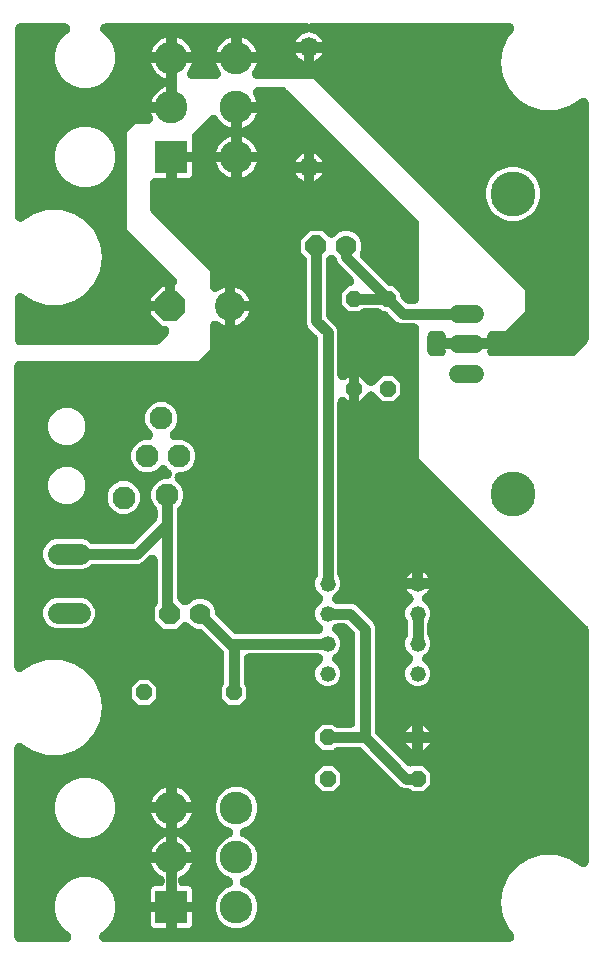
<source format=gbr>
G04 EAGLE Gerber RS-274X export*
G75*
%MOMM*%
%FSLAX34Y34*%
%LPD*%
%INBottom Copper*%
%IPPOS*%
%AMOC8*
5,1,8,0,0,1.08239X$1,22.5*%
G01*
%ADD10C,2.540000*%
%ADD11P,2.749271X8X202.500000*%
%ADD12C,1.676400*%
%ADD13C,2.775000*%
%ADD14R,2.775000X2.775000*%
%ADD15C,1.508000*%
%ADD16P,1.429621X8X292.500000*%
%ADD17P,1.429621X8X22.500000*%
%ADD18P,1.429621X8X112.500000*%
%ADD19C,1.320800*%
%ADD20C,1.950000*%
%ADD21C,3.810000*%
%ADD22P,1.924489X8X202.500000*%
%ADD23C,1.778000*%
%ADD24C,1.790700*%
%ADD25C,0.889000*%

G36*
X54887Y10925D02*
X54887Y10925D01*
X54917Y10923D01*
X55186Y10945D01*
X55453Y10963D01*
X55481Y10969D01*
X55511Y10971D01*
X55774Y11028D01*
X56037Y11082D01*
X56065Y11092D01*
X56093Y11098D01*
X56346Y11190D01*
X56600Y11278D01*
X56626Y11291D01*
X56653Y11301D01*
X56891Y11426D01*
X57131Y11548D01*
X57155Y11564D01*
X57181Y11578D01*
X57400Y11733D01*
X57621Y11886D01*
X57643Y11906D01*
X57667Y11923D01*
X57864Y12107D01*
X58062Y12287D01*
X58081Y12310D01*
X58103Y12330D01*
X58273Y12538D01*
X58446Y12743D01*
X58461Y12768D01*
X58480Y12791D01*
X58620Y13019D01*
X58764Y13247D01*
X58777Y13274D01*
X58792Y13299D01*
X58900Y13543D01*
X59013Y13789D01*
X59021Y13817D01*
X59033Y13844D01*
X59108Y14102D01*
X59187Y14359D01*
X59191Y14388D01*
X59200Y14416D01*
X59239Y14682D01*
X59283Y14947D01*
X59283Y14976D01*
X59288Y15005D01*
X59292Y15274D01*
X59299Y15543D01*
X59296Y15572D01*
X59296Y15601D01*
X59264Y15868D01*
X59236Y16135D01*
X59229Y16164D01*
X59225Y16193D01*
X59158Y16453D01*
X59094Y16714D01*
X59083Y16741D01*
X59075Y16769D01*
X58973Y17019D01*
X58875Y17268D01*
X58861Y17294D01*
X58850Y17321D01*
X58716Y17554D01*
X58585Y17789D01*
X58567Y17812D01*
X58553Y17838D01*
X58390Y18049D01*
X58227Y18265D01*
X58207Y18287D01*
X58189Y18310D01*
X57999Y18498D01*
X57809Y18690D01*
X57786Y18708D01*
X57765Y18729D01*
X57695Y18779D01*
X57338Y19055D01*
X57168Y19154D01*
X57080Y19216D01*
X55347Y20216D01*
X50616Y24947D01*
X47271Y30742D01*
X45539Y37205D01*
X45539Y43895D01*
X47271Y50358D01*
X50616Y56152D01*
X55348Y60884D01*
X61142Y64229D01*
X67605Y65961D01*
X74295Y65961D01*
X80758Y64229D01*
X86552Y60884D01*
X91284Y56152D01*
X94629Y50358D01*
X96361Y43895D01*
X96361Y37205D01*
X94629Y30742D01*
X91284Y24947D01*
X86553Y20216D01*
X84820Y19216D01*
X84795Y19200D01*
X84769Y19186D01*
X84547Y19033D01*
X84325Y18884D01*
X84303Y18864D01*
X84279Y18848D01*
X84080Y18667D01*
X83878Y18489D01*
X83859Y18467D01*
X83838Y18447D01*
X83665Y18241D01*
X83489Y18038D01*
X83473Y18013D01*
X83454Y17990D01*
X83310Y17763D01*
X83164Y17538D01*
X83151Y17512D01*
X83136Y17487D01*
X83023Y17242D01*
X82908Y17000D01*
X82899Y16972D01*
X82887Y16945D01*
X82809Y16688D01*
X82727Y16432D01*
X82722Y16403D01*
X82713Y16375D01*
X82670Y16111D01*
X82623Y15845D01*
X82622Y15816D01*
X82617Y15787D01*
X82610Y15518D01*
X82599Y15250D01*
X82602Y15221D01*
X82601Y15191D01*
X82629Y14925D01*
X82655Y14657D01*
X82661Y14628D01*
X82664Y14599D01*
X82728Y14338D01*
X82789Y14076D01*
X82799Y14049D01*
X82806Y14020D01*
X82905Y13771D01*
X83000Y13519D01*
X83014Y13493D01*
X83025Y13466D01*
X83156Y13231D01*
X83284Y12995D01*
X83301Y12971D01*
X83315Y12945D01*
X83477Y12729D01*
X83635Y12513D01*
X83655Y12492D01*
X83673Y12468D01*
X83861Y12277D01*
X84047Y12083D01*
X84070Y12065D01*
X84091Y12044D01*
X84303Y11879D01*
X84514Y11712D01*
X84539Y11697D01*
X84562Y11679D01*
X84794Y11544D01*
X85025Y11406D01*
X85052Y11395D01*
X85078Y11380D01*
X85326Y11278D01*
X85573Y11172D01*
X85602Y11165D01*
X85629Y11153D01*
X85888Y11085D01*
X86148Y11014D01*
X86177Y11010D01*
X86205Y11002D01*
X86292Y10994D01*
X86738Y10933D01*
X86935Y10933D01*
X87042Y10923D01*
X429702Y10923D01*
X429885Y10935D01*
X430068Y10938D01*
X430182Y10955D01*
X430296Y10963D01*
X430476Y10999D01*
X430658Y11027D01*
X430768Y11059D01*
X430880Y11082D01*
X431054Y11142D01*
X431230Y11194D01*
X431335Y11240D01*
X431443Y11278D01*
X431607Y11361D01*
X431774Y11436D01*
X431872Y11496D01*
X431974Y11548D01*
X432125Y11652D01*
X432282Y11748D01*
X432371Y11821D01*
X432465Y11886D01*
X432601Y12009D01*
X432743Y12126D01*
X432821Y12210D01*
X432906Y12287D01*
X433024Y12428D01*
X433149Y12562D01*
X433215Y12655D01*
X433289Y12743D01*
X433387Y12899D01*
X433493Y13048D01*
X433546Y13150D01*
X433608Y13247D01*
X433684Y13414D01*
X433769Y13576D01*
X433808Y13684D01*
X433856Y13789D01*
X433910Y13964D01*
X433972Y14137D01*
X433997Y14249D01*
X434030Y14359D01*
X434060Y14540D01*
X434099Y14719D01*
X434108Y14833D01*
X434126Y14947D01*
X434131Y15130D01*
X434146Y15313D01*
X434139Y15428D01*
X434143Y15543D01*
X434123Y15725D01*
X434113Y15908D01*
X434091Y16021D01*
X434079Y16135D01*
X434035Y16313D01*
X434001Y16493D01*
X433964Y16602D01*
X433937Y16714D01*
X433870Y16884D01*
X433812Y17058D01*
X433761Y17162D01*
X433719Y17268D01*
X433629Y17428D01*
X433548Y17593D01*
X433498Y17663D01*
X433428Y17789D01*
X433071Y18265D01*
X433064Y18272D01*
X433061Y18277D01*
X429399Y22503D01*
X424599Y33013D01*
X422955Y44450D01*
X424599Y55887D01*
X429399Y66397D01*
X436966Y75130D01*
X446686Y81377D01*
X457773Y84632D01*
X469327Y84632D01*
X480414Y81377D01*
X490230Y75068D01*
X490374Y74988D01*
X490513Y74901D01*
X490635Y74845D01*
X490752Y74780D01*
X490905Y74721D01*
X491055Y74652D01*
X491183Y74613D01*
X491308Y74565D01*
X491468Y74526D01*
X491625Y74478D01*
X491757Y74457D01*
X491887Y74425D01*
X492051Y74409D01*
X492213Y74382D01*
X492347Y74379D01*
X492480Y74365D01*
X492644Y74370D01*
X492809Y74366D01*
X492942Y74380D01*
X493076Y74384D01*
X493238Y74412D01*
X493401Y74429D01*
X493531Y74461D01*
X493663Y74483D01*
X493820Y74532D01*
X493980Y74571D01*
X494104Y74620D01*
X494232Y74660D01*
X494382Y74729D01*
X494534Y74790D01*
X494651Y74855D01*
X494773Y74911D01*
X494911Y75000D01*
X495055Y75080D01*
X495162Y75161D01*
X495275Y75233D01*
X495400Y75339D01*
X495532Y75438D01*
X495627Y75532D01*
X495729Y75618D01*
X495839Y75740D01*
X495956Y75856D01*
X496038Y75962D01*
X496128Y76061D01*
X496220Y76197D01*
X496321Y76327D01*
X496388Y76443D01*
X496464Y76553D01*
X496537Y76700D01*
X496620Y76843D01*
X496671Y76966D01*
X496731Y77086D01*
X496784Y77242D01*
X496847Y77394D01*
X496881Y77523D01*
X496924Y77650D01*
X496956Y77811D01*
X496998Y77970D01*
X497007Y78067D01*
X497040Y78234D01*
X497073Y78762D01*
X497077Y78807D01*
X497077Y275717D01*
X497068Y275849D01*
X497069Y275980D01*
X497048Y276145D01*
X497037Y276312D01*
X497011Y276441D01*
X496994Y276571D01*
X496951Y276732D01*
X496918Y276895D01*
X496875Y277020D01*
X496841Y277147D01*
X496777Y277301D01*
X496722Y277458D01*
X496662Y277576D01*
X496612Y277697D01*
X496528Y277841D01*
X496452Y277990D01*
X496377Y278098D01*
X496311Y278212D01*
X496238Y278300D01*
X496114Y278480D01*
X495843Y278778D01*
X495776Y278860D01*
X353694Y420941D01*
X353694Y530225D01*
X353688Y530313D01*
X353691Y530401D01*
X353668Y530610D01*
X353654Y530820D01*
X353637Y530906D01*
X353627Y530993D01*
X353577Y531197D01*
X353535Y531404D01*
X353506Y531487D01*
X353485Y531572D01*
X353408Y531768D01*
X353339Y531966D01*
X353299Y532045D01*
X353267Y532126D01*
X353165Y532310D01*
X353069Y532498D01*
X353019Y532570D01*
X352977Y532647D01*
X352850Y532815D01*
X352731Y532988D01*
X352672Y533053D01*
X352619Y533124D01*
X352471Y533274D01*
X352330Y533429D01*
X352263Y533486D01*
X352201Y533548D01*
X352035Y533677D01*
X351874Y533812D01*
X351799Y533859D01*
X351730Y533913D01*
X351548Y534018D01*
X351370Y534131D01*
X351290Y534168D01*
X351214Y534212D01*
X351020Y534292D01*
X350828Y534380D01*
X350744Y534405D01*
X350663Y534439D01*
X350460Y534492D01*
X350258Y534553D01*
X350172Y534567D01*
X350087Y534590D01*
X349963Y534602D01*
X349670Y534649D01*
X349373Y534658D01*
X349250Y534669D01*
X338083Y534669D01*
X335049Y535926D01*
X327066Y543909D01*
X326967Y543995D01*
X326874Y544089D01*
X326743Y544191D01*
X326617Y544301D01*
X326507Y544373D01*
X326403Y544454D01*
X326259Y544538D01*
X326120Y544629D01*
X326002Y544687D01*
X325888Y544753D01*
X325734Y544816D01*
X325584Y544889D01*
X325458Y544930D01*
X325336Y544980D01*
X325176Y545022D01*
X325017Y545074D01*
X324887Y545097D01*
X324760Y545131D01*
X324647Y545142D01*
X324431Y545181D01*
X324029Y545200D01*
X323923Y545210D01*
X322711Y545210D01*
X321854Y546068D01*
X321755Y546154D01*
X321662Y546248D01*
X321530Y546350D01*
X321405Y546460D01*
X321295Y546532D01*
X321191Y546613D01*
X321047Y546697D01*
X320908Y546788D01*
X320789Y546846D01*
X320675Y546912D01*
X320521Y546975D01*
X320371Y547048D01*
X320246Y547088D01*
X320124Y547139D01*
X319963Y547181D01*
X319805Y547233D01*
X319675Y547256D01*
X319548Y547290D01*
X319435Y547301D01*
X319219Y547340D01*
X318817Y547359D01*
X318711Y547369D01*
X306764Y547369D01*
X306632Y547360D01*
X306501Y547361D01*
X306335Y547340D01*
X306169Y547329D01*
X306040Y547303D01*
X305909Y547286D01*
X305748Y547243D01*
X305585Y547210D01*
X305461Y547167D01*
X305333Y547133D01*
X305180Y547069D01*
X305023Y547014D01*
X304905Y546954D01*
X304783Y546904D01*
X304640Y546820D01*
X304491Y546744D01*
X304383Y546669D01*
X304269Y546603D01*
X304181Y546530D01*
X304001Y546406D01*
X303703Y546135D01*
X303621Y546068D01*
X302764Y545210D01*
X294136Y545210D01*
X288035Y551311D01*
X288035Y559939D01*
X294136Y566040D01*
X294206Y566040D01*
X294249Y566043D01*
X294293Y566041D01*
X294547Y566063D01*
X294800Y566080D01*
X294843Y566088D01*
X294887Y566092D01*
X295135Y566148D01*
X295384Y566199D01*
X295426Y566213D01*
X295468Y566223D01*
X295707Y566311D01*
X295947Y566395D01*
X295986Y566415D01*
X296027Y566430D01*
X296251Y566550D01*
X296478Y566665D01*
X296514Y566690D01*
X296553Y566710D01*
X296759Y566859D01*
X296969Y567003D01*
X297001Y567033D01*
X297037Y567058D01*
X297222Y567233D01*
X297410Y567404D01*
X297438Y567438D01*
X297470Y567468D01*
X297629Y567666D01*
X297793Y567860D01*
X297816Y567898D01*
X297844Y567932D01*
X297976Y568149D01*
X298112Y568364D01*
X298130Y568404D01*
X298153Y568442D01*
X298254Y568675D01*
X298360Y568906D01*
X298373Y568948D01*
X298390Y568988D01*
X298460Y569233D01*
X298534Y569476D01*
X298541Y569519D01*
X298553Y569561D01*
X298589Y569814D01*
X298630Y570064D01*
X298631Y570108D01*
X298637Y570151D01*
X298639Y570405D01*
X298646Y570660D01*
X298642Y570703D01*
X298642Y570747D01*
X298610Y570998D01*
X298583Y571252D01*
X298572Y571295D01*
X298567Y571338D01*
X298501Y571584D01*
X298441Y571831D01*
X298425Y571872D01*
X298413Y571914D01*
X298316Y572149D01*
X298223Y572385D01*
X298201Y572424D01*
X298184Y572464D01*
X298056Y572683D01*
X297932Y572906D01*
X297906Y572941D01*
X297883Y572979D01*
X297816Y573060D01*
X297575Y573382D01*
X297420Y573539D01*
X297348Y573627D01*
X288049Y582926D01*
X285101Y585874D01*
X283814Y588981D01*
X283804Y589123D01*
X283778Y589252D01*
X283761Y589383D01*
X283718Y589544D01*
X283685Y589707D01*
X283642Y589831D01*
X283608Y589959D01*
X283544Y590112D01*
X283489Y590270D01*
X283429Y590387D01*
X283379Y590509D01*
X283295Y590653D01*
X283219Y590801D01*
X283144Y590909D01*
X283078Y591023D01*
X283005Y591111D01*
X282881Y591291D01*
X282614Y591585D01*
X282610Y591589D01*
X282543Y591671D01*
X282509Y591700D01*
X282480Y591732D01*
X282285Y591896D01*
X282094Y592063D01*
X282057Y592087D01*
X282023Y592116D01*
X281808Y592252D01*
X281597Y592392D01*
X281557Y592411D01*
X281520Y592434D01*
X281289Y592541D01*
X281060Y592651D01*
X281018Y592665D01*
X280978Y592683D01*
X280736Y592757D01*
X280494Y592836D01*
X280450Y592844D01*
X280408Y592857D01*
X280158Y592898D01*
X279907Y592944D01*
X279863Y592946D01*
X279820Y592953D01*
X279566Y592960D01*
X279312Y592972D01*
X279268Y592968D01*
X279224Y592969D01*
X278971Y592942D01*
X278719Y592920D01*
X278676Y592910D01*
X278632Y592906D01*
X278385Y592845D01*
X278137Y592789D01*
X278096Y592774D01*
X278053Y592764D01*
X277817Y592671D01*
X277578Y592582D01*
X277539Y592561D01*
X277499Y592545D01*
X277277Y592421D01*
X277052Y592302D01*
X277017Y592276D01*
X276978Y592255D01*
X276774Y592102D01*
X276569Y591954D01*
X276537Y591924D01*
X276501Y591897D01*
X276320Y591719D01*
X276136Y591544D01*
X276108Y591510D01*
X276077Y591479D01*
X275921Y591279D01*
X275762Y591081D01*
X275739Y591043D01*
X275712Y591008D01*
X275584Y590788D01*
X275453Y590571D01*
X275435Y590531D01*
X275413Y590492D01*
X275316Y590257D01*
X275215Y590024D01*
X275203Y589982D01*
X275186Y589941D01*
X275122Y589696D01*
X275053Y589451D01*
X275046Y589407D01*
X275035Y589365D01*
X275025Y589259D01*
X274968Y588861D01*
X274966Y588642D01*
X274956Y588528D01*
X274956Y541836D01*
X274965Y541704D01*
X274964Y541572D01*
X274985Y541407D01*
X274996Y541241D01*
X275022Y541112D01*
X275039Y540981D01*
X275082Y540820D01*
X275115Y540657D01*
X275158Y540532D01*
X275192Y540405D01*
X275256Y540251D01*
X275311Y540094D01*
X275371Y539977D01*
X275421Y539855D01*
X275505Y539711D01*
X275581Y539563D01*
X275656Y539454D01*
X275722Y539341D01*
X275795Y539253D01*
X275919Y539072D01*
X276190Y538775D01*
X276257Y538693D01*
X283224Y531726D01*
X284481Y528692D01*
X284481Y490914D01*
X284484Y490870D01*
X284482Y490826D01*
X284504Y490573D01*
X284521Y490319D01*
X284529Y490276D01*
X284533Y490232D01*
X284589Y489984D01*
X284640Y489735D01*
X284654Y489694D01*
X284664Y489651D01*
X284752Y489412D01*
X284836Y489173D01*
X284856Y489133D01*
X284871Y489092D01*
X284991Y488868D01*
X285106Y488641D01*
X285131Y488605D01*
X285151Y488566D01*
X285300Y488360D01*
X285444Y488151D01*
X285474Y488118D01*
X285499Y488082D01*
X285674Y487898D01*
X285845Y487710D01*
X285879Y487681D01*
X285909Y487649D01*
X286107Y487490D01*
X286301Y487326D01*
X286339Y487303D01*
X286373Y487275D01*
X286590Y487144D01*
X286805Y487008D01*
X286845Y486989D01*
X286883Y486967D01*
X287116Y486865D01*
X287347Y486759D01*
X287389Y486746D01*
X287429Y486729D01*
X287674Y486659D01*
X287917Y486585D01*
X287960Y486578D01*
X288002Y486566D01*
X288254Y486530D01*
X288505Y486489D01*
X288549Y486488D01*
X288592Y486482D01*
X288846Y486480D01*
X289101Y486473D01*
X289144Y486478D01*
X289188Y486477D01*
X289440Y486509D01*
X289693Y486536D01*
X289736Y486547D01*
X289779Y486552D01*
X290025Y486618D01*
X290272Y486678D01*
X290313Y486695D01*
X290355Y486706D01*
X290590Y486804D01*
X290826Y486897D01*
X290865Y486918D01*
X290905Y486935D01*
X291125Y487063D01*
X291347Y487187D01*
X291382Y487214D01*
X291420Y487236D01*
X291501Y487303D01*
X291823Y487545D01*
X291980Y487699D01*
X292068Y487771D01*
X294006Y489709D01*
X294006Y479425D01*
X294006Y469141D01*
X292068Y471079D01*
X292035Y471108D01*
X292005Y471140D01*
X291810Y471304D01*
X291619Y471471D01*
X291582Y471495D01*
X291548Y471524D01*
X291334Y471660D01*
X291122Y471800D01*
X291082Y471819D01*
X291045Y471842D01*
X290814Y471948D01*
X290585Y472059D01*
X290543Y472072D01*
X290503Y472091D01*
X290261Y472165D01*
X290019Y472244D01*
X289975Y472252D01*
X289933Y472265D01*
X289683Y472305D01*
X289432Y472351D01*
X289388Y472354D01*
X289345Y472361D01*
X289091Y472368D01*
X288837Y472380D01*
X288793Y472376D01*
X288749Y472377D01*
X288496Y472350D01*
X288244Y472328D01*
X288201Y472318D01*
X288157Y472314D01*
X287910Y472253D01*
X287662Y472197D01*
X287621Y472182D01*
X287578Y472172D01*
X287342Y472079D01*
X287103Y471990D01*
X287064Y471969D01*
X287024Y471953D01*
X286801Y471829D01*
X286577Y471710D01*
X286542Y471684D01*
X286503Y471663D01*
X286299Y471510D01*
X286094Y471362D01*
X286062Y471332D01*
X286026Y471305D01*
X285845Y471127D01*
X285661Y470952D01*
X285633Y470918D01*
X285602Y470887D01*
X285446Y470686D01*
X285287Y470488D01*
X285264Y470451D01*
X285237Y470416D01*
X285109Y470196D01*
X284978Y469979D01*
X284960Y469938D01*
X284938Y469900D01*
X284842Y469666D01*
X284740Y469432D01*
X284728Y469390D01*
X284711Y469349D01*
X284647Y469104D01*
X284578Y468859D01*
X284571Y468815D01*
X284560Y468773D01*
X284550Y468667D01*
X284493Y468269D01*
X284491Y468050D01*
X284481Y467936D01*
X284481Y322493D01*
X284491Y322340D01*
X284491Y322186D01*
X284511Y322042D01*
X284521Y321898D01*
X284551Y321748D01*
X284572Y321595D01*
X284603Y321497D01*
X284640Y321314D01*
X284798Y320862D01*
X284819Y320792D01*
X286640Y316397D01*
X286640Y312253D01*
X285054Y308426D01*
X281972Y305343D01*
X281847Y305268D01*
X281759Y305197D01*
X281665Y305133D01*
X281648Y305118D01*
X281630Y305106D01*
X281510Y304997D01*
X281383Y304895D01*
X281305Y304812D01*
X281220Y304737D01*
X281205Y304720D01*
X281189Y304705D01*
X281085Y304581D01*
X280972Y304463D01*
X280906Y304371D01*
X280832Y304284D01*
X280820Y304265D01*
X280806Y304248D01*
X280719Y304112D01*
X280623Y303979D01*
X280570Y303879D01*
X280508Y303784D01*
X280499Y303763D01*
X280487Y303745D01*
X280420Y303598D01*
X280342Y303454D01*
X280303Y303347D01*
X280254Y303245D01*
X280247Y303223D01*
X280238Y303203D01*
X280191Y303049D01*
X280134Y302896D01*
X280109Y302785D01*
X280075Y302677D01*
X280071Y302654D01*
X280065Y302633D01*
X280039Y302474D01*
X280002Y302314D01*
X279992Y302202D01*
X279973Y302089D01*
X279972Y302066D01*
X279969Y302045D01*
X279964Y301884D01*
X279950Y301721D01*
X279955Y301607D01*
X279951Y301494D01*
X279953Y301471D01*
X279952Y301449D01*
X279969Y301289D01*
X279977Y301126D01*
X279997Y301014D01*
X280008Y300901D01*
X280013Y300878D01*
X280016Y300857D01*
X280054Y300700D01*
X280083Y300539D01*
X280118Y300431D01*
X280144Y300321D01*
X280152Y300299D01*
X280158Y300278D01*
X280217Y300128D01*
X280267Y299972D01*
X280316Y299870D01*
X280357Y299764D01*
X280368Y299744D01*
X280376Y299724D01*
X280455Y299582D01*
X280525Y299435D01*
X280588Y299340D01*
X280642Y299241D01*
X280656Y299223D01*
X280666Y299203D01*
X280764Y299073D01*
X280853Y298938D01*
X280928Y298852D01*
X280995Y298760D01*
X281011Y298744D01*
X281024Y298726D01*
X281138Y298611D01*
X281245Y298488D01*
X281330Y298413D01*
X281409Y298332D01*
X281426Y298318D01*
X281442Y298302D01*
X281570Y298202D01*
X281693Y298095D01*
X281765Y298050D01*
X281876Y297962D01*
X281895Y297951D01*
X281913Y297937D01*
X282152Y297798D01*
X282389Y297658D01*
X282399Y297654D01*
X282405Y297650D01*
X282417Y297645D01*
X282429Y297638D01*
X282684Y297533D01*
X282938Y297426D01*
X282947Y297423D01*
X282955Y297420D01*
X282968Y297416D01*
X282980Y297411D01*
X283247Y297341D01*
X283513Y297269D01*
X283522Y297268D01*
X283531Y297265D01*
X283543Y297264D01*
X283556Y297260D01*
X283607Y297255D01*
X283823Y297228D01*
X284103Y297190D01*
X284112Y297190D01*
X284122Y297189D01*
X284295Y297190D01*
X284393Y297181D01*
X296917Y297181D01*
X299951Y295924D01*
X314974Y280901D01*
X316231Y277867D01*
X316231Y189411D01*
X316240Y189279D01*
X316239Y189147D01*
X316260Y188982D01*
X316271Y188816D01*
X316297Y188687D01*
X316314Y188556D01*
X316357Y188395D01*
X316390Y188232D01*
X316433Y188107D01*
X316467Y187980D01*
X316531Y187826D01*
X316586Y187669D01*
X316646Y187552D01*
X316696Y187430D01*
X316780Y187286D01*
X316856Y187138D01*
X316931Y187029D01*
X316997Y186916D01*
X317070Y186828D01*
X317194Y186647D01*
X317465Y186350D01*
X317532Y186268D01*
X342993Y160807D01*
X343060Y160749D01*
X343120Y160685D01*
X343284Y160553D01*
X343442Y160415D01*
X343516Y160366D01*
X343584Y160311D01*
X343764Y160202D01*
X343939Y160086D01*
X344018Y160048D01*
X344094Y160002D01*
X344287Y159918D01*
X344476Y159827D01*
X344560Y159800D01*
X344640Y159765D01*
X344843Y159707D01*
X345042Y159642D01*
X345129Y159626D01*
X345214Y159602D01*
X345422Y159572D01*
X345628Y159534D01*
X345717Y159530D01*
X345804Y159518D01*
X346014Y159516D01*
X346224Y159506D01*
X346311Y159514D01*
X346400Y159513D01*
X346608Y159540D01*
X346817Y159558D01*
X346903Y159577D01*
X346991Y159588D01*
X347183Y159640D01*
X356739Y159640D01*
X362840Y153539D01*
X362840Y144911D01*
X356739Y138810D01*
X348111Y138810D01*
X347254Y139668D01*
X347155Y139754D01*
X347062Y139848D01*
X346930Y139950D01*
X346805Y140060D01*
X346695Y140132D01*
X346591Y140213D01*
X346447Y140297D01*
X346308Y140388D01*
X346189Y140446D01*
X346075Y140512D01*
X345921Y140575D01*
X345771Y140648D01*
X345646Y140688D01*
X345524Y140739D01*
X345363Y140781D01*
X345205Y140833D01*
X345075Y140856D01*
X344948Y140890D01*
X344835Y140901D01*
X344619Y140940D01*
X344217Y140959D01*
X344111Y140969D01*
X341258Y140969D01*
X338224Y142226D01*
X305857Y174593D01*
X305758Y174679D01*
X305665Y174773D01*
X305534Y174875D01*
X305408Y174985D01*
X305298Y175057D01*
X305194Y175138D01*
X305050Y175222D01*
X304911Y175313D01*
X304793Y175371D01*
X304679Y175437D01*
X304525Y175500D01*
X304375Y175573D01*
X304249Y175614D01*
X304127Y175664D01*
X303967Y175706D01*
X303808Y175758D01*
X303678Y175781D01*
X303551Y175815D01*
X303438Y175826D01*
X303222Y175865D01*
X302820Y175884D01*
X302714Y175894D01*
X284539Y175894D01*
X284407Y175885D01*
X284276Y175886D01*
X284110Y175865D01*
X283944Y175854D01*
X283815Y175828D01*
X283684Y175811D01*
X283524Y175768D01*
X283360Y175735D01*
X283236Y175692D01*
X283109Y175658D01*
X282955Y175594D01*
X282798Y175539D01*
X282680Y175479D01*
X282558Y175429D01*
X282415Y175345D01*
X282266Y175269D01*
X282158Y175194D01*
X282044Y175128D01*
X281956Y175055D01*
X281776Y174931D01*
X281478Y174660D01*
X281396Y174593D01*
X280539Y173735D01*
X271911Y173735D01*
X265810Y179836D01*
X265810Y188464D01*
X271911Y194565D01*
X280539Y194565D01*
X281396Y193707D01*
X281495Y193621D01*
X281588Y193527D01*
X281720Y193425D01*
X281845Y193315D01*
X281955Y193243D01*
X282059Y193162D01*
X282203Y193078D01*
X282342Y192987D01*
X282461Y192929D01*
X282575Y192863D01*
X282729Y192800D01*
X282879Y192727D01*
X283004Y192686D01*
X283126Y192636D01*
X283287Y192594D01*
X283445Y192542D01*
X283575Y192519D01*
X283702Y192485D01*
X283815Y192474D01*
X284031Y192435D01*
X284433Y192416D01*
X284539Y192406D01*
X295275Y192406D01*
X295363Y192412D01*
X295451Y192409D01*
X295660Y192432D01*
X295870Y192446D01*
X295956Y192463D01*
X296043Y192473D01*
X296247Y192523D01*
X296454Y192565D01*
X296537Y192594D01*
X296622Y192615D01*
X296818Y192692D01*
X297016Y192761D01*
X297095Y192801D01*
X297176Y192833D01*
X297360Y192935D01*
X297548Y193031D01*
X297620Y193081D01*
X297697Y193123D01*
X297865Y193250D01*
X298038Y193369D01*
X298103Y193428D01*
X298174Y193481D01*
X298324Y193629D01*
X298479Y193770D01*
X298536Y193837D01*
X298598Y193899D01*
X298727Y194065D01*
X298862Y194226D01*
X298909Y194301D01*
X298963Y194370D01*
X299068Y194552D01*
X299181Y194730D01*
X299218Y194810D01*
X299262Y194886D01*
X299342Y195080D01*
X299430Y195272D01*
X299455Y195356D01*
X299489Y195437D01*
X299542Y195640D01*
X299603Y195842D01*
X299617Y195928D01*
X299640Y196013D01*
X299652Y196137D01*
X299699Y196430D01*
X299708Y196727D01*
X299719Y196850D01*
X299719Y270964D01*
X299710Y271096D01*
X299711Y271228D01*
X299690Y271393D01*
X299679Y271559D01*
X299653Y271688D01*
X299636Y271819D01*
X299593Y271980D01*
X299560Y272143D01*
X299517Y272268D01*
X299483Y272395D01*
X299419Y272549D01*
X299364Y272706D01*
X299304Y272823D01*
X299254Y272945D01*
X299170Y273089D01*
X299094Y273237D01*
X299019Y273346D01*
X298953Y273459D01*
X298880Y273547D01*
X298756Y273728D01*
X298485Y274025D01*
X298418Y274107D01*
X293157Y279368D01*
X293058Y279454D01*
X292965Y279548D01*
X292834Y279650D01*
X292708Y279760D01*
X292598Y279832D01*
X292494Y279913D01*
X292350Y279997D01*
X292211Y280088D01*
X292093Y280146D01*
X291979Y280212D01*
X291825Y280275D01*
X291675Y280348D01*
X291549Y280389D01*
X291427Y280439D01*
X291267Y280481D01*
X291108Y280533D01*
X290978Y280556D01*
X290851Y280590D01*
X290738Y280601D01*
X290522Y280640D01*
X290120Y280659D01*
X290014Y280669D01*
X284393Y280669D01*
X284371Y280668D01*
X284349Y280669D01*
X284074Y280648D01*
X283798Y280629D01*
X283777Y280625D01*
X283755Y280623D01*
X283485Y280565D01*
X283214Y280510D01*
X283193Y280503D01*
X283172Y280498D01*
X282912Y280405D01*
X282652Y280314D01*
X282632Y280304D01*
X282611Y280297D01*
X282367Y280170D01*
X282120Y280044D01*
X282102Y280032D01*
X282083Y280022D01*
X281858Y279863D01*
X281630Y279706D01*
X281613Y279691D01*
X281595Y279678D01*
X281394Y279492D01*
X281189Y279305D01*
X281175Y279288D01*
X281159Y279273D01*
X280983Y279060D01*
X280806Y278849D01*
X280794Y278830D01*
X280780Y278813D01*
X280636Y278580D01*
X280487Y278345D01*
X280478Y278325D01*
X280466Y278306D01*
X280354Y278055D01*
X280238Y277803D01*
X280232Y277782D01*
X280223Y277762D01*
X280144Y277495D01*
X280064Y277233D01*
X280061Y277212D01*
X280055Y277190D01*
X280013Y276917D01*
X279968Y276645D01*
X279968Y276623D01*
X279965Y276601D01*
X279960Y276325D01*
X279952Y276049D01*
X279954Y276028D01*
X279954Y276006D01*
X279986Y275731D01*
X280015Y275457D01*
X280021Y275436D01*
X280023Y275414D01*
X280092Y275147D01*
X280158Y274878D01*
X280166Y274858D01*
X280171Y274836D01*
X280275Y274580D01*
X280376Y274324D01*
X280386Y274305D01*
X280395Y274284D01*
X280532Y274045D01*
X280666Y273803D01*
X280680Y273785D01*
X280690Y273767D01*
X280857Y273549D01*
X281024Y273327D01*
X281039Y273311D01*
X281053Y273293D01*
X281248Y273099D01*
X281442Y272902D01*
X281459Y272888D01*
X281475Y272873D01*
X281695Y272706D01*
X281913Y272537D01*
X281932Y272526D01*
X281950Y272513D01*
X281985Y272494D01*
X285054Y269424D01*
X286640Y265597D01*
X286640Y261453D01*
X285054Y257626D01*
X281973Y254545D01*
X281875Y254475D01*
X281665Y254333D01*
X281632Y254304D01*
X281595Y254278D01*
X281409Y254106D01*
X281220Y253937D01*
X281191Y253903D01*
X281159Y253873D01*
X280998Y253678D01*
X280832Y253484D01*
X280808Y253447D01*
X280780Y253413D01*
X280647Y253198D01*
X280508Y252984D01*
X280489Y252944D01*
X280466Y252906D01*
X280363Y252675D01*
X280254Y252445D01*
X280241Y252403D01*
X280223Y252362D01*
X280151Y252119D01*
X280075Y251877D01*
X280067Y251833D01*
X280055Y251790D01*
X280016Y251540D01*
X279973Y251289D01*
X279971Y251245D01*
X279965Y251201D01*
X279960Y250948D01*
X279951Y250694D01*
X279955Y250650D01*
X279954Y250606D01*
X279984Y250353D01*
X280008Y250101D01*
X280018Y250058D01*
X280023Y250014D01*
X280086Y249768D01*
X280144Y249521D01*
X280160Y249479D01*
X280171Y249436D01*
X280267Y249201D01*
X280357Y248964D01*
X280378Y248925D01*
X280395Y248884D01*
X280521Y248663D01*
X280642Y248441D01*
X280669Y248405D01*
X280690Y248367D01*
X280845Y248165D01*
X280995Y247960D01*
X281026Y247929D01*
X281053Y247893D01*
X281233Y247714D01*
X281409Y247532D01*
X281443Y247504D01*
X281475Y247473D01*
X281678Y247319D01*
X281876Y247162D01*
X281914Y247139D01*
X281950Y247113D01*
X281985Y247094D01*
X285054Y244024D01*
X286640Y240197D01*
X286640Y236053D01*
X285054Y232226D01*
X282124Y229296D01*
X278297Y227710D01*
X274153Y227710D01*
X270326Y229296D01*
X267396Y232226D01*
X265810Y236053D01*
X265810Y240197D01*
X267396Y244024D01*
X270482Y247111D01*
X270557Y247163D01*
X270786Y247317D01*
X270802Y247332D01*
X270820Y247344D01*
X271025Y247530D01*
X271231Y247714D01*
X271245Y247730D01*
X271261Y247745D01*
X271439Y247956D01*
X271618Y248166D01*
X271630Y248185D01*
X271644Y248202D01*
X271792Y248435D01*
X271942Y248667D01*
X271951Y248686D01*
X271963Y248705D01*
X272079Y248957D01*
X272196Y249206D01*
X272203Y249227D01*
X272212Y249247D01*
X272292Y249511D01*
X272375Y249774D01*
X272379Y249796D01*
X272386Y249817D01*
X272430Y250089D01*
X272477Y250361D01*
X272478Y250383D01*
X272482Y250405D01*
X272489Y250680D01*
X272499Y250957D01*
X272497Y250979D01*
X272498Y251001D01*
X272469Y251275D01*
X272442Y251550D01*
X272437Y251571D01*
X272435Y251593D01*
X272369Y251861D01*
X272306Y252130D01*
X272298Y252151D01*
X272292Y252172D01*
X272192Y252427D01*
X272093Y252687D01*
X272082Y252706D01*
X272074Y252726D01*
X271939Y252968D01*
X271807Y253210D01*
X271795Y253227D01*
X271784Y253247D01*
X271617Y253469D01*
X271455Y253690D01*
X271439Y253706D01*
X271426Y253724D01*
X271232Y253920D01*
X271041Y254119D01*
X271024Y254133D01*
X271008Y254148D01*
X270790Y254317D01*
X270573Y254488D01*
X270554Y254500D01*
X270537Y254513D01*
X270298Y254652D01*
X270061Y254792D01*
X270040Y254801D01*
X270021Y254812D01*
X269766Y254917D01*
X269512Y255024D01*
X269490Y255030D01*
X269470Y255039D01*
X269204Y255109D01*
X268937Y255181D01*
X268915Y255184D01*
X268894Y255190D01*
X268821Y255197D01*
X268346Y255260D01*
X268160Y255259D01*
X268057Y255269D01*
X209550Y255269D01*
X209462Y255263D01*
X209374Y255266D01*
X209165Y255243D01*
X208955Y255229D01*
X208869Y255212D01*
X208782Y255202D01*
X208578Y255152D01*
X208371Y255110D01*
X208288Y255081D01*
X208203Y255060D01*
X208007Y254983D01*
X207809Y254914D01*
X207730Y254874D01*
X207649Y254842D01*
X207465Y254740D01*
X207277Y254644D01*
X207205Y254594D01*
X207128Y254552D01*
X206960Y254425D01*
X206787Y254306D01*
X206722Y254247D01*
X206651Y254194D01*
X206501Y254046D01*
X206346Y253905D01*
X206289Y253838D01*
X206227Y253776D01*
X206098Y253610D01*
X205963Y253449D01*
X205916Y253374D01*
X205862Y253305D01*
X205757Y253123D01*
X205644Y252945D01*
X205607Y252865D01*
X205563Y252789D01*
X205483Y252595D01*
X205395Y252403D01*
X205370Y252319D01*
X205336Y252238D01*
X205283Y252035D01*
X205222Y251833D01*
X205208Y251747D01*
X205185Y251662D01*
X205173Y251538D01*
X205126Y251245D01*
X205117Y250948D01*
X205106Y250825D01*
X205106Y230564D01*
X205115Y230432D01*
X205114Y230301D01*
X205135Y230135D01*
X205146Y229969D01*
X205172Y229840D01*
X205189Y229709D01*
X205232Y229549D01*
X205265Y229385D01*
X205308Y229261D01*
X205342Y229134D01*
X205406Y228980D01*
X205461Y228823D01*
X205521Y228705D01*
X205571Y228583D01*
X205655Y228440D01*
X205731Y228291D01*
X205806Y228183D01*
X205872Y228069D01*
X205945Y227981D01*
X206069Y227801D01*
X206340Y227503D01*
X206407Y227421D01*
X207265Y226564D01*
X207265Y217936D01*
X201164Y211835D01*
X192536Y211835D01*
X186435Y217936D01*
X186435Y226564D01*
X187293Y227421D01*
X187379Y227520D01*
X187473Y227613D01*
X187575Y227745D01*
X187685Y227870D01*
X187757Y227980D01*
X187838Y228084D01*
X187922Y228228D01*
X188013Y228367D01*
X188071Y228486D01*
X188137Y228600D01*
X188200Y228754D01*
X188273Y228904D01*
X188314Y229029D01*
X188364Y229151D01*
X188406Y229312D01*
X188458Y229470D01*
X188481Y229600D01*
X188515Y229727D01*
X188526Y229840D01*
X188565Y230056D01*
X188584Y230458D01*
X188594Y230564D01*
X188594Y255089D01*
X188585Y255221D01*
X188586Y255353D01*
X188565Y255518D01*
X188554Y255684D01*
X188528Y255813D01*
X188511Y255944D01*
X188468Y256105D01*
X188435Y256268D01*
X188392Y256393D01*
X188358Y256520D01*
X188294Y256674D01*
X188239Y256831D01*
X188179Y256948D01*
X188129Y257070D01*
X188045Y257214D01*
X187969Y257362D01*
X187894Y257471D01*
X187828Y257584D01*
X187755Y257672D01*
X187631Y257853D01*
X187360Y258150D01*
X187293Y258232D01*
X170602Y274923D01*
X170503Y275009D01*
X170410Y275103D01*
X170279Y275205D01*
X170153Y275315D01*
X170043Y275387D01*
X169939Y275468D01*
X169795Y275552D01*
X169656Y275643D01*
X169538Y275701D01*
X169424Y275767D01*
X169270Y275830D01*
X169120Y275903D01*
X168994Y275944D01*
X168872Y275994D01*
X168712Y276036D01*
X168553Y276088D01*
X168423Y276111D01*
X168296Y276145D01*
X168183Y276156D01*
X167967Y276195D01*
X167565Y276214D01*
X167459Y276224D01*
X165749Y276224D01*
X161081Y278158D01*
X158718Y280521D01*
X158652Y280579D01*
X158591Y280643D01*
X158427Y280775D01*
X158269Y280913D01*
X158195Y280962D01*
X158127Y281017D01*
X157947Y281126D01*
X157772Y281242D01*
X157693Y281280D01*
X157617Y281326D01*
X157424Y281410D01*
X157235Y281501D01*
X157152Y281528D01*
X157071Y281563D01*
X156869Y281621D01*
X156669Y281686D01*
X156582Y281702D01*
X156498Y281726D01*
X156289Y281756D01*
X156082Y281794D01*
X155995Y281798D01*
X155908Y281810D01*
X155697Y281812D01*
X155487Y281822D01*
X155400Y281814D01*
X155312Y281815D01*
X155103Y281788D01*
X154894Y281770D01*
X154808Y281751D01*
X154721Y281740D01*
X154517Y281685D01*
X154312Y281639D01*
X154230Y281609D01*
X154145Y281586D01*
X153951Y281505D01*
X153753Y281432D01*
X153676Y281391D01*
X153595Y281357D01*
X153414Y281251D01*
X153227Y281152D01*
X153156Y281101D01*
X153080Y281056D01*
X152985Y280977D01*
X152744Y280804D01*
X152528Y280600D01*
X152432Y280521D01*
X148136Y276224D01*
X137614Y276224D01*
X130174Y283664D01*
X130174Y294186D01*
X130843Y294854D01*
X130929Y294953D01*
X131023Y295046D01*
X131125Y295177D01*
X131235Y295303D01*
X131307Y295413D01*
X131388Y295517D01*
X131472Y295661D01*
X131563Y295800D01*
X131621Y295918D01*
X131687Y296033D01*
X131750Y296187D01*
X131823Y296337D01*
X131863Y296462D01*
X131914Y296584D01*
X131956Y296744D01*
X132008Y296903D01*
X132031Y297033D01*
X132065Y297160D01*
X132076Y297273D01*
X132115Y297489D01*
X132134Y297891D01*
X132144Y297997D01*
X132144Y334465D01*
X132141Y334508D01*
X132143Y334552D01*
X132121Y334806D01*
X132104Y335059D01*
X132096Y335102D01*
X132092Y335146D01*
X132036Y335394D01*
X131985Y335643D01*
X131971Y335685D01*
X131961Y335727D01*
X131873Y335966D01*
X131789Y336206D01*
X131769Y336245D01*
X131754Y336286D01*
X131634Y336510D01*
X131519Y336737D01*
X131494Y336773D01*
X131474Y336812D01*
X131325Y337018D01*
X131181Y337228D01*
X131151Y337260D01*
X131126Y337296D01*
X130951Y337480D01*
X130780Y337669D01*
X130746Y337697D01*
X130716Y337729D01*
X130518Y337888D01*
X130324Y338052D01*
X130286Y338075D01*
X130252Y338103D01*
X130035Y338235D01*
X129820Y338371D01*
X129780Y338389D01*
X129742Y338412D01*
X129509Y338513D01*
X129278Y338619D01*
X129236Y338632D01*
X129196Y338649D01*
X128951Y338719D01*
X128708Y338793D01*
X128665Y338800D01*
X128623Y338812D01*
X128371Y338848D01*
X128120Y338889D01*
X128076Y338890D01*
X128033Y338896D01*
X127779Y338898D01*
X127524Y338905D01*
X127481Y338901D01*
X127437Y338901D01*
X127185Y338869D01*
X126932Y338842D01*
X126889Y338831D01*
X126846Y338826D01*
X126600Y338760D01*
X126353Y338700D01*
X126312Y338684D01*
X126270Y338672D01*
X126035Y338575D01*
X125799Y338482D01*
X125760Y338460D01*
X125720Y338443D01*
X125501Y338315D01*
X125278Y338191D01*
X125243Y338165D01*
X125205Y338142D01*
X125124Y338075D01*
X124802Y337834D01*
X124645Y337679D01*
X124557Y337607D01*
X119276Y332326D01*
X116242Y331069D01*
X77740Y331069D01*
X77608Y331060D01*
X77477Y331061D01*
X77312Y331040D01*
X77145Y331029D01*
X77016Y331003D01*
X76886Y330986D01*
X76725Y330943D01*
X76561Y330910D01*
X76437Y330867D01*
X76310Y330833D01*
X76156Y330769D01*
X75999Y330714D01*
X75881Y330654D01*
X75760Y330604D01*
X75616Y330520D01*
X75467Y330444D01*
X75359Y330369D01*
X75245Y330303D01*
X75157Y330230D01*
X74977Y330106D01*
X74679Y329835D01*
X74597Y329768D01*
X73334Y328504D01*
X68642Y326561D01*
X45658Y326561D01*
X40966Y328504D01*
X37375Y332095D01*
X35432Y336786D01*
X35432Y341864D01*
X37375Y346555D01*
X40966Y350146D01*
X45658Y352089D01*
X68642Y352089D01*
X73334Y350146D01*
X74597Y348882D01*
X74697Y348796D01*
X74789Y348702D01*
X74921Y348600D01*
X75046Y348490D01*
X75156Y348418D01*
X75260Y348337D01*
X75404Y348253D01*
X75543Y348162D01*
X75662Y348104D01*
X75776Y348038D01*
X75930Y347975D01*
X76080Y347902D01*
X76205Y347861D01*
X76327Y347811D01*
X76488Y347769D01*
X76646Y347717D01*
X76776Y347694D01*
X76903Y347660D01*
X77017Y347649D01*
X77233Y347610D01*
X77634Y347591D01*
X77740Y347581D01*
X109339Y347581D01*
X109471Y347590D01*
X109603Y347589D01*
X109768Y347610D01*
X109934Y347621D01*
X110063Y347647D01*
X110194Y347664D01*
X110355Y347707D01*
X110518Y347740D01*
X110643Y347783D01*
X110770Y347817D01*
X110924Y347881D01*
X111081Y347936D01*
X111198Y347996D01*
X111320Y348046D01*
X111464Y348130D01*
X111612Y348206D01*
X111721Y348281D01*
X111834Y348347D01*
X111922Y348420D01*
X112103Y348544D01*
X112400Y348815D01*
X112482Y348882D01*
X130843Y367243D01*
X130929Y367342D01*
X131023Y367435D01*
X131125Y367566D01*
X131235Y367692D01*
X131307Y367802D01*
X131388Y367906D01*
X131472Y368050D01*
X131563Y368189D01*
X131621Y368307D01*
X131687Y368421D01*
X131750Y368575D01*
X131823Y368725D01*
X131864Y368851D01*
X131914Y368972D01*
X131956Y369133D01*
X132008Y369292D01*
X132031Y369421D01*
X132065Y369549D01*
X132076Y369662D01*
X132115Y369878D01*
X132134Y370280D01*
X132144Y370385D01*
X132144Y376512D01*
X132135Y376644D01*
X132136Y376775D01*
X132115Y376941D01*
X132104Y377107D01*
X132078Y377236D01*
X132061Y377367D01*
X132018Y377527D01*
X131985Y377691D01*
X131942Y377815D01*
X131908Y377942D01*
X131844Y378096D01*
X131789Y378253D01*
X131729Y378371D01*
X131679Y378492D01*
X131595Y378636D01*
X131519Y378785D01*
X131444Y378893D01*
X131378Y379007D01*
X131305Y379095D01*
X131181Y379275D01*
X130910Y379573D01*
X130843Y379655D01*
X128904Y381593D01*
X126839Y386578D01*
X126839Y391972D01*
X128904Y396957D01*
X132718Y400771D01*
X137703Y402836D01*
X139932Y402836D01*
X139976Y402839D01*
X140020Y402837D01*
X140273Y402859D01*
X140527Y402876D01*
X140570Y402884D01*
X140614Y402888D01*
X140862Y402944D01*
X141111Y402995D01*
X141152Y403009D01*
X141195Y403019D01*
X141434Y403107D01*
X141673Y403191D01*
X141713Y403211D01*
X141754Y403226D01*
X141978Y403346D01*
X142205Y403461D01*
X142241Y403486D01*
X142280Y403506D01*
X142486Y403655D01*
X142695Y403799D01*
X142728Y403829D01*
X142764Y403854D01*
X142948Y404029D01*
X143136Y404200D01*
X143164Y404234D01*
X143196Y404264D01*
X143356Y404462D01*
X143519Y404656D01*
X143543Y404694D01*
X143571Y404728D01*
X143702Y404945D01*
X143838Y405160D01*
X143857Y405200D01*
X143879Y405238D01*
X143981Y405471D01*
X144087Y405702D01*
X144100Y405744D01*
X144117Y405784D01*
X144186Y406029D01*
X144260Y406272D01*
X144268Y406315D01*
X144280Y406357D01*
X144316Y406609D01*
X144356Y406860D01*
X144358Y406904D01*
X144364Y406947D01*
X144366Y407201D01*
X144373Y407456D01*
X144368Y407499D01*
X144369Y407543D01*
X144337Y407795D01*
X144310Y408048D01*
X144299Y408091D01*
X144293Y408134D01*
X144228Y408380D01*
X144167Y408627D01*
X144151Y408668D01*
X144140Y408710D01*
X144042Y408945D01*
X143949Y409181D01*
X143928Y409220D01*
X143911Y409260D01*
X143783Y409479D01*
X143659Y409702D01*
X143632Y409737D01*
X143610Y409775D01*
X143543Y409856D01*
X143301Y410178D01*
X143147Y410335D01*
X143075Y410423D01*
X140043Y413455D01*
X139977Y413512D01*
X139916Y413576D01*
X139752Y413709D01*
X139594Y413847D01*
X139521Y413895D01*
X139452Y413951D01*
X139272Y414059D01*
X139097Y414176D01*
X139018Y414214D01*
X138942Y414259D01*
X138750Y414343D01*
X138560Y414435D01*
X138476Y414462D01*
X138396Y414497D01*
X138194Y414554D01*
X137994Y414620D01*
X137907Y414636D01*
X137823Y414660D01*
X137614Y414689D01*
X137407Y414727D01*
X137320Y414731D01*
X137233Y414744D01*
X137022Y414746D01*
X136812Y414755D01*
X136725Y414748D01*
X136637Y414749D01*
X136428Y414722D01*
X136218Y414704D01*
X136133Y414685D01*
X136046Y414673D01*
X135842Y414619D01*
X135637Y414573D01*
X135555Y414543D01*
X135470Y414520D01*
X135276Y414439D01*
X135078Y414366D01*
X135001Y414325D01*
X134920Y414291D01*
X134738Y414185D01*
X134552Y414086D01*
X134481Y414034D01*
X134405Y413990D01*
X134310Y413911D01*
X134069Y413738D01*
X133853Y413533D01*
X133757Y413455D01*
X131082Y410779D01*
X126097Y408714D01*
X120703Y408714D01*
X115718Y410779D01*
X111904Y414593D01*
X109839Y419578D01*
X109839Y424972D01*
X111904Y429957D01*
X115718Y433771D01*
X120703Y435836D01*
X123932Y435836D01*
X123976Y435839D01*
X124020Y435837D01*
X124273Y435859D01*
X124527Y435876D01*
X124570Y435884D01*
X124614Y435888D01*
X124862Y435944D01*
X125111Y435995D01*
X125152Y436009D01*
X125195Y436019D01*
X125434Y436107D01*
X125673Y436191D01*
X125713Y436211D01*
X125754Y436226D01*
X125978Y436346D01*
X126205Y436461D01*
X126241Y436486D01*
X126280Y436506D01*
X126486Y436655D01*
X126695Y436799D01*
X126728Y436829D01*
X126764Y436854D01*
X126948Y437029D01*
X127136Y437200D01*
X127164Y437234D01*
X127196Y437264D01*
X127356Y437462D01*
X127519Y437656D01*
X127543Y437694D01*
X127571Y437728D01*
X127702Y437945D01*
X127838Y438160D01*
X127857Y438200D01*
X127879Y438238D01*
X127981Y438471D01*
X128087Y438702D01*
X128100Y438744D01*
X128117Y438784D01*
X128186Y439029D01*
X128260Y439272D01*
X128268Y439315D01*
X128280Y439357D01*
X128316Y439609D01*
X128356Y439860D01*
X128358Y439904D01*
X128364Y439947D01*
X128366Y440201D01*
X128373Y440456D01*
X128368Y440499D01*
X128369Y440543D01*
X128337Y440795D01*
X128310Y441048D01*
X128299Y441091D01*
X128293Y441134D01*
X128228Y441380D01*
X128167Y441627D01*
X128151Y441668D01*
X128140Y441710D01*
X128042Y441945D01*
X127949Y442181D01*
X127928Y442220D01*
X127911Y442260D01*
X127783Y442479D01*
X127659Y442702D01*
X127632Y442737D01*
X127610Y442775D01*
X127543Y442856D01*
X127301Y443178D01*
X127147Y443335D01*
X127075Y443423D01*
X123904Y446593D01*
X121839Y451578D01*
X121839Y456972D01*
X123904Y461957D01*
X127718Y465771D01*
X132703Y467836D01*
X138097Y467836D01*
X143082Y465771D01*
X146896Y461957D01*
X148961Y456972D01*
X148961Y451578D01*
X146896Y446593D01*
X143725Y443423D01*
X143697Y443390D01*
X143664Y443360D01*
X143500Y443165D01*
X143333Y442974D01*
X143309Y442937D01*
X143281Y442903D01*
X143145Y442689D01*
X143004Y442477D01*
X142985Y442437D01*
X142962Y442400D01*
X142856Y442169D01*
X142745Y441940D01*
X142732Y441898D01*
X142713Y441858D01*
X142639Y441615D01*
X142560Y441374D01*
X142552Y441330D01*
X142540Y441288D01*
X142499Y441038D01*
X142453Y440787D01*
X142451Y440743D01*
X142444Y440700D01*
X142437Y440446D01*
X142424Y440192D01*
X142428Y440148D01*
X142427Y440104D01*
X142454Y439851D01*
X142476Y439599D01*
X142486Y439556D01*
X142490Y439512D01*
X142551Y439265D01*
X142607Y439017D01*
X142622Y438976D01*
X142633Y438933D01*
X142725Y438697D01*
X142814Y438458D01*
X142835Y438419D01*
X142851Y438379D01*
X142975Y438156D01*
X143094Y437932D01*
X143120Y437897D01*
X143141Y437858D01*
X143295Y437654D01*
X143442Y437449D01*
X143472Y437417D01*
X143499Y437381D01*
X143677Y437200D01*
X143852Y437016D01*
X143886Y436988D01*
X143917Y436957D01*
X144118Y436801D01*
X144316Y436642D01*
X144353Y436619D01*
X144388Y436592D01*
X144608Y436464D01*
X144825Y436333D01*
X144866Y436315D01*
X144904Y436293D01*
X145139Y436197D01*
X145372Y436095D01*
X145414Y436083D01*
X145455Y436066D01*
X145700Y436002D01*
X145945Y435933D01*
X145989Y435926D01*
X146031Y435915D01*
X146137Y435905D01*
X146535Y435848D01*
X146755Y435846D01*
X146868Y435836D01*
X153097Y435836D01*
X158082Y433771D01*
X161896Y429957D01*
X163961Y424972D01*
X163961Y419578D01*
X161896Y414593D01*
X158082Y410779D01*
X153097Y408714D01*
X150868Y408714D01*
X150824Y408711D01*
X150780Y408713D01*
X150527Y408691D01*
X150273Y408674D01*
X150230Y408666D01*
X150186Y408662D01*
X149938Y408606D01*
X149689Y408555D01*
X149648Y408541D01*
X149605Y408531D01*
X149366Y408443D01*
X149127Y408359D01*
X149087Y408339D01*
X149046Y408324D01*
X148822Y408204D01*
X148595Y408089D01*
X148559Y408064D01*
X148520Y408044D01*
X148314Y407895D01*
X148105Y407751D01*
X148072Y407721D01*
X148036Y407696D01*
X147852Y407521D01*
X147664Y407350D01*
X147636Y407316D01*
X147604Y407286D01*
X147444Y407088D01*
X147281Y406894D01*
X147257Y406856D01*
X147229Y406822D01*
X147098Y406605D01*
X146962Y406390D01*
X146943Y406350D01*
X146921Y406312D01*
X146819Y406079D01*
X146713Y405848D01*
X146701Y405806D01*
X146683Y405766D01*
X146613Y405521D01*
X146540Y405278D01*
X146532Y405235D01*
X146520Y405193D01*
X146484Y404941D01*
X146444Y404690D01*
X146442Y404646D01*
X146436Y404603D01*
X146434Y404349D01*
X146427Y404094D01*
X146432Y404051D01*
X146431Y404007D01*
X146463Y403755D01*
X146490Y403502D01*
X146501Y403459D01*
X146507Y403416D01*
X146572Y403170D01*
X146633Y402923D01*
X146649Y402882D01*
X146660Y402840D01*
X146758Y402605D01*
X146851Y402369D01*
X146872Y402330D01*
X146889Y402290D01*
X147017Y402071D01*
X147141Y401848D01*
X147168Y401813D01*
X147190Y401775D01*
X147257Y401694D01*
X147499Y401372D01*
X147653Y401215D01*
X147725Y401127D01*
X151896Y396957D01*
X153961Y391972D01*
X153961Y386578D01*
X151896Y381593D01*
X149957Y379655D01*
X149871Y379556D01*
X149777Y379463D01*
X149675Y379331D01*
X149565Y379206D01*
X149493Y379096D01*
X149412Y378992D01*
X149328Y378848D01*
X149237Y378709D01*
X149179Y378590D01*
X149113Y378476D01*
X149050Y378322D01*
X148977Y378172D01*
X148937Y378047D01*
X148886Y377925D01*
X148844Y377764D01*
X148792Y377606D01*
X148769Y377476D01*
X148735Y377349D01*
X148724Y377236D01*
X148685Y377020D01*
X148666Y376618D01*
X148656Y376512D01*
X148656Y302947D01*
X148665Y302815D01*
X148664Y302683D01*
X148685Y302518D01*
X148696Y302352D01*
X148722Y302223D01*
X148739Y302092D01*
X148782Y301931D01*
X148815Y301768D01*
X148858Y301644D01*
X148892Y301516D01*
X148956Y301363D01*
X149011Y301205D01*
X149071Y301088D01*
X149121Y300966D01*
X149205Y300822D01*
X149281Y300674D01*
X149356Y300566D01*
X149422Y300452D01*
X149495Y300364D01*
X149619Y300183D01*
X149890Y299886D01*
X149957Y299804D01*
X152432Y297329D01*
X152499Y297271D01*
X152559Y297207D01*
X152723Y297075D01*
X152881Y296937D01*
X152954Y296888D01*
X153023Y296833D01*
X153203Y296724D01*
X153378Y296608D01*
X153457Y296570D01*
X153533Y296524D01*
X153726Y296441D01*
X153915Y296349D01*
X153999Y296322D01*
X154079Y296287D01*
X154281Y296229D01*
X154481Y296164D01*
X154568Y296148D01*
X154652Y296124D01*
X154861Y296094D01*
X155068Y296056D01*
X155155Y296052D01*
X155242Y296040D01*
X155453Y296038D01*
X155663Y296028D01*
X155750Y296036D01*
X155838Y296035D01*
X156047Y296062D01*
X156256Y296080D01*
X156342Y296099D01*
X156429Y296110D01*
X156633Y296165D01*
X156838Y296211D01*
X156920Y296241D01*
X157005Y296264D01*
X157199Y296345D01*
X157397Y296418D01*
X157474Y296459D01*
X157555Y296493D01*
X157737Y296599D01*
X157923Y296698D01*
X157994Y296749D01*
X158070Y296794D01*
X158165Y296873D01*
X158406Y297046D01*
X158622Y297250D01*
X158718Y297329D01*
X161081Y299692D01*
X165749Y301626D01*
X170801Y301626D01*
X175469Y299692D01*
X179042Y296119D01*
X180976Y291451D01*
X180976Y289741D01*
X180985Y289609D01*
X180984Y289477D01*
X181005Y289312D01*
X181016Y289146D01*
X181042Y289017D01*
X181059Y288886D01*
X181102Y288725D01*
X181135Y288562D01*
X181178Y288437D01*
X181212Y288310D01*
X181276Y288156D01*
X181331Y287999D01*
X181391Y287882D01*
X181441Y287760D01*
X181525Y287616D01*
X181601Y287468D01*
X181676Y287359D01*
X181742Y287246D01*
X181815Y287158D01*
X181939Y286977D01*
X182210Y286680D01*
X182277Y286598D01*
X195793Y273082D01*
X195892Y272996D01*
X195985Y272902D01*
X196116Y272800D01*
X196242Y272690D01*
X196352Y272618D01*
X196456Y272537D01*
X196600Y272453D01*
X196739Y272362D01*
X196857Y272304D01*
X196971Y272238D01*
X197125Y272175D01*
X197275Y272102D01*
X197401Y272061D01*
X197523Y272011D01*
X197683Y271969D01*
X197842Y271917D01*
X197972Y271894D01*
X198099Y271860D01*
X198212Y271849D01*
X198428Y271810D01*
X198830Y271791D01*
X198936Y271781D01*
X268057Y271781D01*
X268070Y271782D01*
X268083Y271781D01*
X268093Y271781D01*
X268102Y271781D01*
X268375Y271802D01*
X268652Y271821D01*
X268664Y271823D01*
X268678Y271824D01*
X268687Y271826D01*
X268696Y271827D01*
X268964Y271884D01*
X269236Y271940D01*
X269248Y271944D01*
X269261Y271947D01*
X269268Y271950D01*
X269278Y271952D01*
X269538Y272045D01*
X269798Y272136D01*
X269818Y272146D01*
X269839Y272154D01*
X269965Y272219D01*
X270045Y272250D01*
X270185Y272332D01*
X270330Y272406D01*
X270348Y272418D01*
X270368Y272429D01*
X270461Y272494D01*
X270559Y272552D01*
X270687Y272652D01*
X270820Y272744D01*
X270837Y272759D01*
X270855Y272772D01*
X270938Y272849D01*
X271028Y272919D01*
X271141Y273036D01*
X271261Y273145D01*
X271275Y273162D01*
X271292Y273177D01*
X271364Y273265D01*
X271443Y273346D01*
X271540Y273477D01*
X271644Y273601D01*
X271656Y273620D01*
X271670Y273637D01*
X271730Y273734D01*
X271798Y273825D01*
X271877Y273968D01*
X271963Y274105D01*
X271972Y274125D01*
X271984Y274144D01*
X272031Y274248D01*
X272085Y274347D01*
X272144Y274500D01*
X272212Y274647D01*
X272218Y274668D01*
X272227Y274688D01*
X272259Y274797D01*
X272300Y274903D01*
X272338Y275062D01*
X272385Y275217D01*
X272389Y275238D01*
X272395Y275260D01*
X272413Y275372D01*
X272439Y275483D01*
X272455Y275645D01*
X272481Y275805D01*
X272482Y275827D01*
X272485Y275849D01*
X272487Y275963D01*
X272499Y276076D01*
X272493Y276239D01*
X272498Y276401D01*
X272496Y276422D01*
X272496Y276445D01*
X272483Y276558D01*
X272479Y276671D01*
X272452Y276833D01*
X272434Y276993D01*
X272429Y277014D01*
X272427Y277037D01*
X272398Y277147D01*
X272380Y277259D01*
X272331Y277415D01*
X272292Y277572D01*
X272284Y277592D01*
X272279Y277614D01*
X272236Y277720D01*
X272202Y277828D01*
X272133Y277976D01*
X272074Y278126D01*
X272064Y278145D01*
X272055Y278166D01*
X271999Y278265D01*
X271951Y278368D01*
X271862Y278506D01*
X271784Y278647D01*
X271771Y278664D01*
X271759Y278684D01*
X271690Y278774D01*
X271629Y278870D01*
X271523Y278994D01*
X271426Y279123D01*
X271411Y279139D01*
X271397Y279157D01*
X271317Y279237D01*
X271243Y279324D01*
X271121Y279433D01*
X271008Y279548D01*
X270991Y279562D01*
X270975Y279578D01*
X270884Y279646D01*
X270800Y279722D01*
X270664Y279814D01*
X270537Y279913D01*
X270518Y279924D01*
X270500Y279938D01*
X270465Y279956D01*
X267396Y283026D01*
X265810Y286853D01*
X265810Y290997D01*
X267396Y294824D01*
X270477Y297905D01*
X270575Y297975D01*
X270786Y298117D01*
X270819Y298146D01*
X270855Y298172D01*
X271041Y298345D01*
X271231Y298514D01*
X271259Y298547D01*
X271292Y298577D01*
X271453Y298773D01*
X271618Y298966D01*
X271642Y299003D01*
X271670Y299037D01*
X271804Y299253D01*
X271942Y299467D01*
X271961Y299506D01*
X271984Y299544D01*
X272088Y299776D01*
X272196Y300006D01*
X272209Y300048D01*
X272227Y300088D01*
X272299Y300332D01*
X272375Y300574D01*
X272383Y300617D01*
X272395Y300660D01*
X272434Y300911D01*
X272477Y301161D01*
X272479Y301205D01*
X272485Y301249D01*
X272490Y301502D01*
X272499Y301757D01*
X272495Y301801D01*
X272496Y301845D01*
X272466Y302097D01*
X272442Y302350D01*
X272432Y302393D01*
X272427Y302437D01*
X272364Y302683D01*
X272306Y302930D01*
X272290Y302971D01*
X272279Y303014D01*
X272183Y303250D01*
X272093Y303487D01*
X272072Y303525D01*
X272055Y303566D01*
X271929Y303787D01*
X271807Y304010D01*
X271781Y304045D01*
X271759Y304084D01*
X271605Y304286D01*
X271455Y304490D01*
X271424Y304522D01*
X271397Y304557D01*
X271217Y304736D01*
X271041Y304919D01*
X271006Y304946D01*
X270975Y304978D01*
X270773Y305131D01*
X270573Y305288D01*
X270535Y305311D01*
X270500Y305338D01*
X270465Y305356D01*
X267396Y308426D01*
X265810Y312253D01*
X265810Y316397D01*
X267631Y320792D01*
X267680Y320938D01*
X267739Y321080D01*
X267775Y321220D01*
X267822Y321357D01*
X267851Y321507D01*
X267890Y321656D01*
X267900Y321759D01*
X267935Y321942D01*
X267962Y322420D01*
X267969Y322493D01*
X267969Y521789D01*
X267960Y521921D01*
X267961Y522053D01*
X267940Y522218D01*
X267929Y522384D01*
X267903Y522513D01*
X267886Y522644D01*
X267843Y522805D01*
X267810Y522968D01*
X267767Y523093D01*
X267733Y523220D01*
X267669Y523374D01*
X267614Y523531D01*
X267554Y523648D01*
X267504Y523770D01*
X267420Y523914D01*
X267344Y524062D01*
X267269Y524171D01*
X267203Y524284D01*
X267130Y524372D01*
X267006Y524553D01*
X266735Y524850D01*
X266668Y524932D01*
X259701Y531899D01*
X258444Y534933D01*
X258444Y588528D01*
X258435Y588660D01*
X258436Y588792D01*
X258415Y588957D01*
X258404Y589123D01*
X258378Y589252D01*
X258361Y589383D01*
X258318Y589544D01*
X258285Y589707D01*
X258242Y589831D01*
X258208Y589959D01*
X258144Y590112D01*
X258089Y590270D01*
X258029Y590387D01*
X257979Y590509D01*
X257895Y590652D01*
X257819Y590801D01*
X257744Y590910D01*
X257678Y591023D01*
X257606Y591111D01*
X257481Y591292D01*
X257210Y591589D01*
X257143Y591671D01*
X253999Y594814D01*
X253999Y605336D01*
X261439Y612776D01*
X271961Y612776D01*
X276257Y608479D01*
X276324Y608421D01*
X276384Y608357D01*
X276548Y608225D01*
X276706Y608087D01*
X276780Y608038D01*
X276848Y607983D01*
X277028Y607874D01*
X277203Y607758D01*
X277282Y607720D01*
X277358Y607674D01*
X277551Y607590D01*
X277740Y607499D01*
X277823Y607472D01*
X277904Y607437D01*
X278106Y607379D01*
X278306Y607314D01*
X278393Y607298D01*
X278477Y607274D01*
X278685Y607244D01*
X278892Y607206D01*
X278980Y607202D01*
X279067Y607190D01*
X279278Y607188D01*
X279488Y607178D01*
X279575Y607186D01*
X279663Y607185D01*
X279872Y607212D01*
X280081Y607230D01*
X280167Y607249D01*
X280254Y607260D01*
X280458Y607315D01*
X280663Y607361D01*
X280745Y607391D01*
X280830Y607414D01*
X281025Y607495D01*
X281222Y607568D01*
X281299Y607609D01*
X281380Y607643D01*
X281562Y607749D01*
X281748Y607848D01*
X281819Y607899D01*
X281895Y607944D01*
X281990Y608023D01*
X282231Y608196D01*
X282447Y608400D01*
X282543Y608479D01*
X284906Y610842D01*
X289574Y612776D01*
X294626Y612776D01*
X299294Y610842D01*
X302867Y607269D01*
X304801Y602601D01*
X304801Y597549D01*
X303587Y594618D01*
X303552Y594514D01*
X303508Y594414D01*
X303456Y594232D01*
X303396Y594054D01*
X303375Y593946D01*
X303345Y593840D01*
X303319Y593653D01*
X303283Y593469D01*
X303277Y593359D01*
X303261Y593250D01*
X303260Y593062D01*
X303249Y592874D01*
X303257Y592764D01*
X303256Y592654D01*
X303280Y592468D01*
X303295Y592280D01*
X303318Y592172D01*
X303332Y592063D01*
X303380Y591881D01*
X303420Y591697D01*
X303457Y591593D01*
X303485Y591487D01*
X303557Y591314D01*
X303621Y591136D01*
X303672Y591039D01*
X303714Y590937D01*
X303809Y590775D01*
X303896Y590607D01*
X303960Y590518D01*
X304015Y590423D01*
X304092Y590329D01*
X304240Y590120D01*
X304474Y589868D01*
X304550Y589775D01*
X326984Y567341D01*
X327083Y567255D01*
X327176Y567161D01*
X327307Y567059D01*
X327433Y566949D01*
X327543Y566877D01*
X327647Y566796D01*
X327791Y566712D01*
X327930Y566621D01*
X328048Y566563D01*
X328162Y566497D01*
X328316Y566434D01*
X328466Y566361D01*
X328592Y566320D01*
X328714Y566270D01*
X328874Y566228D01*
X329033Y566176D01*
X329163Y566153D01*
X329290Y566119D01*
X329403Y566108D01*
X329619Y566069D01*
X330021Y566050D01*
X330127Y566040D01*
X331339Y566040D01*
X337440Y559939D01*
X337440Y558727D01*
X337449Y558595D01*
X337448Y558463D01*
X337469Y558298D01*
X337480Y558132D01*
X337506Y558003D01*
X337523Y557872D01*
X337566Y557711D01*
X337599Y557548D01*
X337642Y557423D01*
X337676Y557296D01*
X337740Y557142D01*
X337795Y556985D01*
X337855Y556868D01*
X337905Y556746D01*
X337989Y556602D01*
X338065Y556454D01*
X338140Y556345D01*
X338206Y556232D01*
X338279Y556144D01*
X338403Y555963D01*
X338674Y555666D01*
X338741Y555584D01*
X341843Y552482D01*
X341942Y552396D01*
X342035Y552302D01*
X342166Y552200D01*
X342292Y552090D01*
X342402Y552018D01*
X342506Y551937D01*
X342650Y551853D01*
X342789Y551762D01*
X342907Y551704D01*
X343021Y551638D01*
X343175Y551575D01*
X343325Y551502D01*
X343451Y551461D01*
X343573Y551411D01*
X343733Y551369D01*
X343892Y551317D01*
X344022Y551294D01*
X344149Y551260D01*
X344262Y551249D01*
X344478Y551210D01*
X344880Y551191D01*
X344986Y551181D01*
X349250Y551181D01*
X349338Y551187D01*
X349426Y551184D01*
X349635Y551207D01*
X349845Y551221D01*
X349931Y551238D01*
X350018Y551248D01*
X350222Y551298D01*
X350429Y551340D01*
X350512Y551369D01*
X350597Y551390D01*
X350793Y551467D01*
X350991Y551536D01*
X351070Y551576D01*
X351151Y551608D01*
X351335Y551710D01*
X351523Y551806D01*
X351595Y551856D01*
X351672Y551898D01*
X351840Y552025D01*
X352013Y552144D01*
X352078Y552203D01*
X352149Y552256D01*
X352299Y552404D01*
X352454Y552545D01*
X352511Y552612D01*
X352573Y552674D01*
X352702Y552840D01*
X352837Y553001D01*
X352884Y553076D01*
X352938Y553145D01*
X353043Y553327D01*
X353156Y553505D01*
X353193Y553585D01*
X353237Y553661D01*
X353317Y553855D01*
X353405Y554047D01*
X353430Y554131D01*
X353464Y554212D01*
X353517Y554415D01*
X353578Y554617D01*
X353592Y554703D01*
X353615Y554788D01*
X353627Y554912D01*
X353674Y555205D01*
X353683Y555502D01*
X353694Y555625D01*
X353694Y619125D01*
X353685Y619257D01*
X353686Y619388D01*
X353665Y619553D01*
X353654Y619720D01*
X353628Y619849D01*
X353611Y619979D01*
X353568Y620140D01*
X353535Y620304D01*
X353492Y620428D01*
X353458Y620555D01*
X353394Y620709D01*
X353339Y620866D01*
X353279Y620984D01*
X353229Y621105D01*
X353145Y621249D01*
X353069Y621398D01*
X352994Y621506D01*
X352928Y621620D01*
X352855Y621708D01*
X352731Y621888D01*
X352460Y622186D01*
X352393Y622268D01*
X241268Y733393D01*
X241168Y733479D01*
X241076Y733573D01*
X240944Y733675D01*
X240819Y733785D01*
X240709Y733857D01*
X240605Y733938D01*
X240461Y734022D01*
X240322Y734113D01*
X240203Y734171D01*
X240089Y734237D01*
X239935Y734300D01*
X239785Y734373D01*
X239660Y734414D01*
X239538Y734464D01*
X239377Y734506D01*
X239219Y734558D01*
X239089Y734581D01*
X238962Y734615D01*
X238848Y734626D01*
X238632Y734665D01*
X238231Y734684D01*
X238125Y734694D01*
X217099Y734694D01*
X217048Y734691D01*
X216997Y734693D01*
X216751Y734671D01*
X216505Y734654D01*
X216455Y734644D01*
X216403Y734639D01*
X216162Y734584D01*
X215921Y734535D01*
X215872Y734518D01*
X215822Y734507D01*
X215591Y734420D01*
X215358Y734339D01*
X215312Y734316D01*
X215264Y734298D01*
X215047Y734181D01*
X214827Y734069D01*
X214784Y734040D01*
X214739Y734016D01*
X214540Y733871D01*
X214336Y733731D01*
X214298Y733696D01*
X214257Y733666D01*
X214078Y733496D01*
X213895Y733330D01*
X213862Y733290D01*
X213825Y733255D01*
X213671Y733063D01*
X213512Y732874D01*
X213484Y732830D01*
X213452Y732790D01*
X213325Y732579D01*
X213193Y732370D01*
X213172Y732323D01*
X213145Y732279D01*
X213047Y732052D01*
X212945Y731828D01*
X212930Y731779D01*
X212909Y731732D01*
X212843Y731494D01*
X212771Y731258D01*
X212763Y731208D01*
X212749Y731158D01*
X212715Y730914D01*
X212675Y730670D01*
X212673Y730619D01*
X212666Y730568D01*
X212665Y730321D01*
X212658Y730074D01*
X212664Y730024D01*
X212664Y729972D01*
X212696Y729728D01*
X212722Y729482D01*
X212734Y729432D01*
X212741Y729381D01*
X212805Y729143D01*
X212864Y728903D01*
X212883Y728855D01*
X212896Y728806D01*
X212992Y728578D01*
X213082Y728349D01*
X213107Y728304D01*
X213127Y728257D01*
X213187Y728162D01*
X213373Y727828D01*
X213512Y727643D01*
X213573Y727545D01*
X213687Y727397D01*
X214846Y725389D01*
X215733Y723247D01*
X216021Y722174D01*
X199130Y722174D01*
X199043Y722168D01*
X198955Y722171D01*
X198745Y722148D01*
X198536Y722134D01*
X198450Y722117D01*
X198362Y722107D01*
X198158Y722057D01*
X197952Y722015D01*
X197869Y721986D01*
X197783Y721965D01*
X197588Y721888D01*
X197389Y721819D01*
X197311Y721779D01*
X197229Y721747D01*
X197045Y721645D01*
X196858Y721549D01*
X196785Y721499D01*
X196708Y721457D01*
X196540Y721330D01*
X196367Y721211D01*
X196302Y721152D01*
X196232Y721099D01*
X196082Y720951D01*
X195926Y720810D01*
X195870Y720743D01*
X195807Y720681D01*
X195789Y720658D01*
X195721Y720591D01*
X195566Y720450D01*
X195509Y720382D01*
X195447Y720321D01*
X195318Y720154D01*
X195183Y719993D01*
X195136Y719919D01*
X195082Y719850D01*
X194977Y719668D01*
X194864Y719490D01*
X194827Y719410D01*
X194783Y719334D01*
X194703Y719139D01*
X194615Y718948D01*
X194590Y718864D01*
X194556Y718783D01*
X194503Y718579D01*
X194442Y718378D01*
X194427Y718292D01*
X194405Y718206D01*
X194393Y718083D01*
X194346Y717790D01*
X194337Y717493D01*
X194326Y717370D01*
X194326Y700220D01*
X194298Y700236D01*
X194263Y700262D01*
X194169Y700312D01*
X193823Y700517D01*
X193621Y700603D01*
X193521Y700656D01*
X191111Y701654D01*
X189103Y702813D01*
X187264Y704225D01*
X185625Y705864D01*
X184213Y707703D01*
X183506Y708929D01*
X183465Y708990D01*
X183430Y709054D01*
X183299Y709237D01*
X183174Y709424D01*
X183125Y709479D01*
X183082Y709538D01*
X182928Y709701D01*
X182779Y709870D01*
X182723Y709918D01*
X182673Y709971D01*
X182497Y710113D01*
X182327Y710259D01*
X182266Y710299D01*
X182209Y710345D01*
X182016Y710462D01*
X181828Y710585D01*
X181762Y710616D01*
X181699Y710654D01*
X181493Y710744D01*
X181290Y710840D01*
X181220Y710863D01*
X181153Y710892D01*
X180936Y710953D01*
X180722Y711022D01*
X180650Y711034D01*
X180579Y711054D01*
X180356Y711086D01*
X180135Y711125D01*
X180062Y711128D01*
X179990Y711139D01*
X179765Y711140D01*
X179540Y711150D01*
X179467Y711143D01*
X179394Y711143D01*
X179171Y711115D01*
X178946Y711094D01*
X178875Y711077D01*
X178802Y711068D01*
X178585Y711010D01*
X178366Y710959D01*
X178297Y710934D01*
X178227Y710915D01*
X178019Y710828D01*
X177809Y710749D01*
X177744Y710714D01*
X177676Y710685D01*
X177482Y710572D01*
X177284Y710465D01*
X177225Y710422D01*
X177162Y710385D01*
X177068Y710307D01*
X176803Y710114D01*
X176609Y709927D01*
X176514Y709849D01*
X162333Y695668D01*
X162261Y695586D01*
X162182Y695509D01*
X162065Y695362D01*
X161941Y695220D01*
X161880Y695128D01*
X161812Y695042D01*
X161716Y694880D01*
X161612Y694722D01*
X161565Y694624D01*
X161509Y694529D01*
X161435Y694356D01*
X161353Y694186D01*
X161319Y694081D01*
X161276Y693980D01*
X161227Y693799D01*
X161168Y693619D01*
X161148Y693511D01*
X161119Y693405D01*
X161095Y693219D01*
X161061Y693033D01*
X161055Y692923D01*
X161041Y692815D01*
X161041Y692626D01*
X161032Y692438D01*
X161042Y692329D01*
X161042Y692219D01*
X161068Y692032D01*
X161084Y691844D01*
X161108Y691737D01*
X161123Y691628D01*
X161159Y691513D01*
X161215Y691263D01*
X161335Y690940D01*
X161370Y690825D01*
X161489Y690537D01*
X161636Y689800D01*
X161636Y680174D01*
X144130Y680174D01*
X144043Y680168D01*
X143955Y680171D01*
X143745Y680148D01*
X143536Y680134D01*
X143450Y680117D01*
X143362Y680107D01*
X143158Y680057D01*
X142952Y680015D01*
X142869Y679986D01*
X142783Y679965D01*
X142588Y679888D01*
X142389Y679819D01*
X142311Y679779D01*
X142229Y679747D01*
X142045Y679645D01*
X141858Y679549D01*
X141785Y679499D01*
X141708Y679457D01*
X141540Y679330D01*
X141367Y679211D01*
X141302Y679152D01*
X141232Y679099D01*
X141082Y678951D01*
X140926Y678810D01*
X140870Y678743D01*
X140807Y678681D01*
X140789Y678658D01*
X140721Y678591D01*
X140566Y678450D01*
X140509Y678382D01*
X140447Y678321D01*
X140318Y678154D01*
X140183Y677993D01*
X140136Y677919D01*
X140082Y677850D01*
X139977Y677668D01*
X139864Y677490D01*
X139827Y677410D01*
X139783Y677334D01*
X139703Y677139D01*
X139615Y676948D01*
X139590Y676864D01*
X139556Y676783D01*
X139503Y676579D01*
X139442Y676378D01*
X139427Y676292D01*
X139405Y676206D01*
X139393Y676083D01*
X139346Y675790D01*
X139337Y675493D01*
X139326Y675370D01*
X139326Y657864D01*
X130175Y657864D01*
X130087Y657858D01*
X129999Y657861D01*
X129790Y657838D01*
X129580Y657824D01*
X129494Y657807D01*
X129407Y657797D01*
X129203Y657747D01*
X128997Y657705D01*
X128913Y657676D01*
X128828Y657655D01*
X128632Y657578D01*
X128434Y657509D01*
X128355Y657469D01*
X128274Y657437D01*
X128090Y657335D01*
X127902Y657239D01*
X127830Y657189D01*
X127753Y657147D01*
X127585Y657020D01*
X127412Y656901D01*
X127347Y656842D01*
X127277Y656789D01*
X127127Y656641D01*
X126971Y656500D01*
X126914Y656433D01*
X126852Y656371D01*
X126723Y656205D01*
X126588Y656044D01*
X126541Y655969D01*
X126487Y655900D01*
X126382Y655718D01*
X126269Y655540D01*
X126232Y655460D01*
X126188Y655384D01*
X126108Y655190D01*
X126020Y654998D01*
X125995Y654914D01*
X125961Y654833D01*
X125908Y654630D01*
X125847Y654428D01*
X125833Y654342D01*
X125810Y654257D01*
X125798Y654133D01*
X125751Y653840D01*
X125742Y653543D01*
X125731Y653420D01*
X125731Y631825D01*
X125740Y631693D01*
X125739Y631562D01*
X125760Y631397D01*
X125771Y631230D01*
X125797Y631101D01*
X125814Y630971D01*
X125857Y630810D01*
X125890Y630647D01*
X125933Y630522D01*
X125967Y630395D01*
X126031Y630241D01*
X126086Y630084D01*
X126146Y629966D01*
X126196Y629845D01*
X126280Y629701D01*
X126356Y629552D01*
X126431Y629444D01*
X126497Y629330D01*
X126570Y629242D01*
X126694Y629062D01*
X126965Y628764D01*
X127032Y628682D01*
X176531Y579184D01*
X176531Y565943D01*
X176534Y565892D01*
X176532Y565841D01*
X176554Y565594D01*
X176571Y565349D01*
X176581Y565298D01*
X176586Y565247D01*
X176641Y565006D01*
X176690Y564765D01*
X176707Y564716D01*
X176718Y564666D01*
X176805Y564435D01*
X176886Y564202D01*
X176909Y564156D01*
X176927Y564108D01*
X177044Y563891D01*
X177156Y563670D01*
X177185Y563628D01*
X177209Y563583D01*
X177354Y563383D01*
X177494Y563180D01*
X177529Y563142D01*
X177559Y563100D01*
X177729Y562922D01*
X177895Y562739D01*
X177935Y562706D01*
X177970Y562669D01*
X178162Y562515D01*
X178352Y562356D01*
X178395Y562328D01*
X178435Y562296D01*
X178646Y562169D01*
X178855Y562037D01*
X178902Y562016D01*
X178946Y561989D01*
X179172Y561891D01*
X179397Y561789D01*
X179446Y561774D01*
X179493Y561753D01*
X179731Y561687D01*
X179967Y561615D01*
X180017Y561607D01*
X180067Y561593D01*
X180312Y561558D01*
X180555Y561519D01*
X180606Y561517D01*
X180657Y561510D01*
X180904Y561509D01*
X181151Y561502D01*
X181201Y561508D01*
X181253Y561508D01*
X181498Y561539D01*
X181743Y561566D01*
X181793Y561578D01*
X181844Y561585D01*
X182082Y561649D01*
X182322Y561708D01*
X182370Y561727D01*
X182419Y561740D01*
X182647Y561836D01*
X182876Y561926D01*
X182921Y561951D01*
X182969Y561971D01*
X183064Y562031D01*
X183397Y562217D01*
X183582Y562356D01*
X183681Y562417D01*
X184482Y563033D01*
X186357Y564115D01*
X188356Y564943D01*
X189231Y565177D01*
X189231Y549275D01*
X189231Y533373D01*
X188356Y533607D01*
X186357Y534435D01*
X184482Y535517D01*
X183681Y536133D01*
X183638Y536161D01*
X183599Y536194D01*
X183390Y536326D01*
X183185Y536463D01*
X183138Y536485D01*
X183095Y536513D01*
X182870Y536616D01*
X182649Y536724D01*
X182600Y536740D01*
X182553Y536761D01*
X182317Y536833D01*
X182083Y536911D01*
X182032Y536920D01*
X181983Y536935D01*
X181740Y536975D01*
X181497Y537020D01*
X181446Y537023D01*
X181395Y537031D01*
X181149Y537038D01*
X180902Y537051D01*
X180851Y537046D01*
X180799Y537048D01*
X180554Y537021D01*
X180308Y537001D01*
X180258Y536990D01*
X180207Y536984D01*
X179967Y536925D01*
X179726Y536872D01*
X179678Y536854D01*
X179628Y536842D01*
X179398Y536752D01*
X179167Y536667D01*
X179121Y536643D01*
X179074Y536624D01*
X178858Y536503D01*
X178640Y536388D01*
X178598Y536359D01*
X178553Y536333D01*
X178355Y536185D01*
X178155Y536042D01*
X178118Y536007D01*
X178077Y535976D01*
X177901Y535803D01*
X177721Y535634D01*
X177688Y535594D01*
X177652Y535558D01*
X177501Y535363D01*
X177345Y535171D01*
X177318Y535127D01*
X177287Y535087D01*
X177163Y534873D01*
X177035Y534662D01*
X177014Y534615D01*
X176988Y534571D01*
X176894Y534343D01*
X176795Y534117D01*
X176781Y534067D01*
X176761Y534020D01*
X176699Y533781D01*
X176631Y533544D01*
X176623Y533493D01*
X176610Y533443D01*
X176600Y533331D01*
X176544Y532954D01*
X176542Y532723D01*
X176531Y532607D01*
X176531Y513016D01*
X166434Y502919D01*
X15367Y502919D01*
X15279Y502913D01*
X15191Y502916D01*
X14982Y502893D01*
X14772Y502879D01*
X14686Y502862D01*
X14599Y502852D01*
X14395Y502802D01*
X14188Y502760D01*
X14105Y502731D01*
X14020Y502710D01*
X13824Y502633D01*
X13626Y502564D01*
X13547Y502524D01*
X13466Y502492D01*
X13282Y502389D01*
X13094Y502294D01*
X13022Y502244D01*
X12945Y502201D01*
X12777Y502075D01*
X12604Y501956D01*
X12539Y501897D01*
X12468Y501844D01*
X12318Y501696D01*
X12163Y501555D01*
X12106Y501488D01*
X12044Y501426D01*
X11915Y501260D01*
X11780Y501098D01*
X11733Y501024D01*
X11679Y500955D01*
X11574Y500773D01*
X11461Y500595D01*
X11424Y500515D01*
X11380Y500439D01*
X11300Y500245D01*
X11212Y500053D01*
X11187Y499969D01*
X11153Y499888D01*
X11100Y499684D01*
X11039Y499483D01*
X11025Y499397D01*
X11002Y499312D01*
X10990Y499188D01*
X10943Y498895D01*
X10934Y498598D01*
X10923Y498475D01*
X10923Y243907D01*
X10934Y243743D01*
X10935Y243578D01*
X10954Y243446D01*
X10963Y243312D01*
X10996Y243151D01*
X11019Y242988D01*
X11055Y242859D01*
X11082Y242728D01*
X11136Y242573D01*
X11181Y242415D01*
X11234Y242292D01*
X11278Y242165D01*
X11352Y242019D01*
X11418Y241868D01*
X11487Y241753D01*
X11548Y241634D01*
X11641Y241499D01*
X11726Y241358D01*
X11810Y241254D01*
X11886Y241143D01*
X11997Y241022D01*
X12100Y240894D01*
X12197Y240802D01*
X12287Y240703D01*
X12413Y240597D01*
X12532Y240484D01*
X12641Y240406D01*
X12743Y240319D01*
X12882Y240231D01*
X13016Y240135D01*
X13134Y240072D01*
X13247Y240001D01*
X13396Y239932D01*
X13541Y239855D01*
X13667Y239808D01*
X13789Y239752D01*
X13946Y239704D01*
X14100Y239647D01*
X14231Y239617D01*
X14359Y239578D01*
X14521Y239552D01*
X14681Y239516D01*
X14815Y239504D01*
X14947Y239482D01*
X15111Y239478D01*
X15275Y239463D01*
X15409Y239469D01*
X15543Y239466D01*
X15706Y239483D01*
X15870Y239491D01*
X16002Y239515D01*
X16135Y239529D01*
X16295Y239568D01*
X16456Y239598D01*
X16584Y239639D01*
X16714Y239671D01*
X16867Y239732D01*
X17023Y239782D01*
X17110Y239827D01*
X17268Y239890D01*
X17730Y240147D01*
X17770Y240168D01*
X27586Y246477D01*
X38673Y249732D01*
X50227Y249732D01*
X61314Y246477D01*
X71034Y240230D01*
X78601Y231497D01*
X83401Y220987D01*
X85045Y209550D01*
X83401Y198113D01*
X78601Y187603D01*
X71034Y178870D01*
X61314Y172623D01*
X50227Y169368D01*
X38673Y169368D01*
X27586Y172623D01*
X17770Y178932D01*
X17626Y179012D01*
X17487Y179099D01*
X17365Y179155D01*
X17248Y179220D01*
X17095Y179279D01*
X16945Y179348D01*
X16817Y179387D01*
X16692Y179435D01*
X16532Y179474D01*
X16375Y179522D01*
X16243Y179543D01*
X16113Y179575D01*
X15949Y179591D01*
X15787Y179618D01*
X15653Y179621D01*
X15520Y179635D01*
X15356Y179630D01*
X15191Y179634D01*
X15058Y179620D01*
X14924Y179616D01*
X14762Y179588D01*
X14599Y179571D01*
X14469Y179539D01*
X14337Y179517D01*
X14180Y179468D01*
X14020Y179429D01*
X13896Y179380D01*
X13768Y179340D01*
X13618Y179271D01*
X13466Y179210D01*
X13349Y179145D01*
X13227Y179089D01*
X13089Y179000D01*
X12945Y178920D01*
X12838Y178839D01*
X12725Y178767D01*
X12600Y178661D01*
X12468Y178562D01*
X12373Y178468D01*
X12271Y178382D01*
X12161Y178260D01*
X12044Y178144D01*
X11962Y178038D01*
X11872Y177939D01*
X11780Y177803D01*
X11679Y177673D01*
X11612Y177557D01*
X11536Y177447D01*
X11463Y177300D01*
X11380Y177157D01*
X11329Y177034D01*
X11269Y176914D01*
X11216Y176758D01*
X11153Y176606D01*
X11119Y176477D01*
X11076Y176350D01*
X11044Y176189D01*
X11002Y176030D01*
X10993Y175933D01*
X10960Y175766D01*
X10927Y175238D01*
X10923Y175193D01*
X10923Y15367D01*
X10929Y15279D01*
X10926Y15191D01*
X10949Y14982D01*
X10963Y14772D01*
X10980Y14686D01*
X10990Y14599D01*
X11040Y14395D01*
X11082Y14188D01*
X11111Y14105D01*
X11132Y14020D01*
X11209Y13824D01*
X11278Y13626D01*
X11318Y13547D01*
X11350Y13466D01*
X11452Y13282D01*
X11548Y13094D01*
X11598Y13022D01*
X11640Y12945D01*
X11767Y12777D01*
X11886Y12604D01*
X11945Y12539D01*
X11998Y12468D01*
X12146Y12318D01*
X12287Y12163D01*
X12354Y12106D01*
X12416Y12044D01*
X12582Y11915D01*
X12743Y11780D01*
X12818Y11733D01*
X12887Y11679D01*
X13069Y11574D01*
X13247Y11461D01*
X13327Y11424D01*
X13403Y11380D01*
X13597Y11300D01*
X13789Y11212D01*
X13873Y11187D01*
X13954Y11153D01*
X14157Y11100D01*
X14359Y11039D01*
X14445Y11025D01*
X14530Y11002D01*
X14654Y10990D01*
X14947Y10943D01*
X15244Y10934D01*
X15367Y10923D01*
X54858Y10923D01*
X54887Y10925D01*
G37*
G36*
X371908Y506747D02*
X371908Y506747D01*
X372148Y506757D01*
X372205Y506767D01*
X372263Y506771D01*
X372498Y506819D01*
X372735Y506861D01*
X372790Y506878D01*
X372847Y506890D01*
X373074Y506969D01*
X373303Y507042D01*
X373355Y507067D01*
X373410Y507086D01*
X373624Y507195D01*
X373841Y507298D01*
X373889Y507330D01*
X373941Y507356D01*
X374139Y507492D01*
X374340Y507624D01*
X374384Y507661D01*
X374432Y507694D01*
X374609Y507856D01*
X374791Y508013D01*
X374830Y508056D01*
X374872Y508095D01*
X375027Y508279D01*
X375186Y508459D01*
X375218Y508507D01*
X375256Y508552D01*
X375384Y508755D01*
X375518Y508954D01*
X375543Y509006D01*
X375574Y509055D01*
X375675Y509274D01*
X375781Y509489D01*
X375799Y509544D01*
X375823Y509597D01*
X375893Y509826D01*
X375969Y510055D01*
X375980Y510112D01*
X375997Y510167D01*
X376035Y510404D01*
X376080Y510640D01*
X376083Y510698D01*
X376093Y510755D01*
X376099Y510995D01*
X376112Y511235D01*
X376108Y511293D01*
X376109Y511351D01*
X376084Y511590D01*
X376064Y511829D01*
X376052Y511886D01*
X376046Y511943D01*
X375988Y512176D01*
X375937Y512411D01*
X375920Y512454D01*
X375904Y512522D01*
X375685Y513076D01*
X375683Y513081D01*
X393700Y513081D01*
X411724Y513081D01*
X411677Y512972D01*
X411577Y512753D01*
X411560Y512698D01*
X411538Y512645D01*
X411473Y512413D01*
X411403Y512183D01*
X411394Y512127D01*
X411379Y512071D01*
X411346Y511832D01*
X411307Y511595D01*
X411306Y511537D01*
X411298Y511480D01*
X411298Y511240D01*
X411291Y510999D01*
X411297Y510942D01*
X411297Y510884D01*
X411329Y510646D01*
X411354Y510407D01*
X411368Y510351D01*
X411376Y510294D01*
X411439Y510062D01*
X411496Y509828D01*
X411518Y509774D01*
X411533Y509719D01*
X411627Y509497D01*
X411715Y509274D01*
X411743Y509223D01*
X411765Y509170D01*
X411888Y508964D01*
X412005Y508753D01*
X412040Y508707D01*
X412069Y508657D01*
X412218Y508469D01*
X412363Y508277D01*
X412403Y508235D01*
X412439Y508190D01*
X412612Y508023D01*
X412781Y507852D01*
X412826Y507816D01*
X412868Y507776D01*
X413062Y507634D01*
X413252Y507487D01*
X413302Y507458D01*
X413348Y507424D01*
X413559Y507309D01*
X413768Y507188D01*
X413821Y507166D01*
X413872Y507139D01*
X414097Y507053D01*
X414319Y506961D01*
X414374Y506947D01*
X414429Y506926D01*
X414663Y506871D01*
X414895Y506810D01*
X414941Y506806D01*
X415009Y506790D01*
X415602Y506733D01*
X415680Y506736D01*
X415732Y506731D01*
X482600Y506731D01*
X482732Y506740D01*
X482863Y506739D01*
X483028Y506760D01*
X483195Y506771D01*
X483324Y506797D01*
X483454Y506814D01*
X483615Y506857D01*
X483779Y506890D01*
X483903Y506933D01*
X484030Y506967D01*
X484184Y507031D01*
X484341Y507086D01*
X484459Y507146D01*
X484580Y507196D01*
X484724Y507280D01*
X484873Y507356D01*
X484981Y507431D01*
X485095Y507497D01*
X485183Y507570D01*
X485363Y507694D01*
X485661Y507965D01*
X485743Y508032D01*
X495776Y518065D01*
X495862Y518165D01*
X495956Y518257D01*
X496058Y518389D01*
X496168Y518514D01*
X496240Y518624D01*
X496321Y518728D01*
X496405Y518873D01*
X496496Y519011D01*
X496554Y519130D01*
X496620Y519244D01*
X496683Y519398D01*
X496756Y519548D01*
X496797Y519673D01*
X496847Y519795D01*
X496889Y519956D01*
X496941Y520114D01*
X496964Y520244D01*
X496998Y520371D01*
X497009Y520485D01*
X497048Y520701D01*
X497067Y521102D01*
X497077Y521208D01*
X497077Y721293D01*
X497066Y721457D01*
X497065Y721622D01*
X497046Y721754D01*
X497037Y721888D01*
X497004Y722049D01*
X496981Y722212D01*
X496945Y722341D01*
X496918Y722472D01*
X496864Y722627D01*
X496819Y722785D01*
X496766Y722908D01*
X496722Y723035D01*
X496648Y723181D01*
X496582Y723332D01*
X496513Y723447D01*
X496452Y723566D01*
X496359Y723701D01*
X496274Y723842D01*
X496190Y723946D01*
X496114Y724057D01*
X496003Y724178D01*
X495900Y724306D01*
X495803Y724398D01*
X495713Y724497D01*
X495587Y724603D01*
X495468Y724716D01*
X495359Y724794D01*
X495257Y724881D01*
X495118Y724969D01*
X494984Y725065D01*
X494866Y725128D01*
X494753Y725199D01*
X494604Y725268D01*
X494459Y725345D01*
X494333Y725392D01*
X494211Y725448D01*
X494054Y725496D01*
X493900Y725553D01*
X493769Y725583D01*
X493641Y725622D01*
X493479Y725648D01*
X493319Y725684D01*
X493185Y725696D01*
X493053Y725718D01*
X492889Y725722D01*
X492725Y725737D01*
X492591Y725731D01*
X492457Y725734D01*
X492294Y725717D01*
X492130Y725709D01*
X491998Y725685D01*
X491865Y725671D01*
X491705Y725632D01*
X491544Y725602D01*
X491416Y725561D01*
X491286Y725529D01*
X491133Y725468D01*
X490977Y725418D01*
X490890Y725373D01*
X490732Y725310D01*
X490270Y725053D01*
X490230Y725032D01*
X480414Y718723D01*
X469327Y715468D01*
X457773Y715468D01*
X446686Y718723D01*
X436966Y724970D01*
X429399Y733703D01*
X424599Y744213D01*
X422955Y755650D01*
X424599Y767087D01*
X429399Y777597D01*
X433061Y781823D01*
X433171Y781969D01*
X433289Y782110D01*
X433351Y782207D01*
X433420Y782298D01*
X433510Y782458D01*
X433608Y782613D01*
X433656Y782718D01*
X433712Y782817D01*
X433780Y782988D01*
X433856Y783155D01*
X433890Y783264D01*
X433932Y783371D01*
X433977Y783549D01*
X434030Y783725D01*
X434049Y783838D01*
X434076Y783949D01*
X434097Y784132D01*
X434126Y784313D01*
X434129Y784428D01*
X434142Y784542D01*
X434138Y784725D01*
X434143Y784909D01*
X434130Y785023D01*
X434128Y785138D01*
X434099Y785319D01*
X434079Y785501D01*
X434052Y785613D01*
X434034Y785726D01*
X433981Y785902D01*
X433937Y786080D01*
X433895Y786187D01*
X433862Y786297D01*
X433786Y786464D01*
X433719Y786634D01*
X433663Y786735D01*
X433615Y786839D01*
X433518Y786994D01*
X433428Y787155D01*
X433359Y787247D01*
X433298Y787344D01*
X433181Y787484D01*
X433071Y787632D01*
X432990Y787713D01*
X432917Y787802D01*
X432782Y787925D01*
X432653Y788056D01*
X432562Y788127D01*
X432477Y788204D01*
X432327Y788309D01*
X432182Y788421D01*
X432082Y788479D01*
X431988Y788544D01*
X431825Y788628D01*
X431666Y788720D01*
X431560Y788764D01*
X431457Y788816D01*
X431284Y788877D01*
X431115Y788947D01*
X431004Y788976D01*
X430895Y789014D01*
X430716Y789051D01*
X430538Y789098D01*
X430453Y789106D01*
X430312Y789135D01*
X429718Y789177D01*
X429708Y789177D01*
X429702Y789177D01*
X263369Y789177D01*
X263362Y789177D01*
X263354Y789177D01*
X263062Y789157D01*
X262775Y789137D01*
X262768Y789136D01*
X262760Y789135D01*
X262474Y789076D01*
X262191Y789018D01*
X262184Y789016D01*
X262176Y789014D01*
X261901Y788917D01*
X261628Y788822D01*
X261622Y788819D01*
X261614Y788816D01*
X261353Y788682D01*
X261097Y788552D01*
X261091Y788548D01*
X261084Y788544D01*
X260843Y788377D01*
X260606Y788214D01*
X260601Y788209D01*
X260594Y788204D01*
X260378Y788006D01*
X260354Y787984D01*
X260293Y788046D01*
X260287Y788051D01*
X260282Y788056D01*
X260052Y788234D01*
X259823Y788413D01*
X259816Y788416D01*
X259810Y788421D01*
X259561Y788566D01*
X259308Y788713D01*
X259301Y788716D01*
X259295Y788720D01*
X259027Y788830D01*
X258758Y788942D01*
X258751Y788944D01*
X258744Y788947D01*
X258465Y789020D01*
X258182Y789095D01*
X258174Y789096D01*
X258167Y789098D01*
X258136Y789101D01*
X257591Y789170D01*
X257460Y789165D01*
X257331Y789177D01*
X107950Y789177D01*
X107862Y789171D01*
X107774Y789174D01*
X107565Y789151D01*
X107355Y789137D01*
X107269Y789120D01*
X107182Y789110D01*
X106978Y789060D01*
X106772Y789018D01*
X106688Y788989D01*
X106603Y788968D01*
X106407Y788891D01*
X106209Y788822D01*
X106130Y788782D01*
X106049Y788750D01*
X105904Y788669D01*
X87922Y788669D01*
X87892Y788667D01*
X87863Y788669D01*
X87594Y788647D01*
X87327Y788629D01*
X87298Y788623D01*
X87269Y788621D01*
X87006Y788564D01*
X86743Y788510D01*
X86715Y788500D01*
X86687Y788494D01*
X86434Y788402D01*
X86180Y788314D01*
X86154Y788301D01*
X86127Y788291D01*
X85888Y788166D01*
X85649Y788044D01*
X85625Y788028D01*
X85599Y788014D01*
X85380Y787859D01*
X85158Y787706D01*
X85137Y787686D01*
X85113Y787669D01*
X84917Y787486D01*
X84718Y787305D01*
X84699Y787282D01*
X84677Y787262D01*
X84508Y787055D01*
X84334Y786849D01*
X84319Y786824D01*
X84300Y786801D01*
X84160Y786573D01*
X84016Y786345D01*
X84003Y786318D01*
X83988Y786293D01*
X83879Y786048D01*
X83767Y785803D01*
X83759Y785775D01*
X83747Y785749D01*
X83671Y785490D01*
X83593Y785233D01*
X83589Y785204D01*
X83580Y785176D01*
X83540Y784910D01*
X83497Y784645D01*
X83496Y784616D01*
X83492Y784587D01*
X83488Y784318D01*
X83481Y784049D01*
X83484Y784020D01*
X83483Y783991D01*
X83516Y783724D01*
X83544Y783457D01*
X83551Y783428D01*
X83555Y783399D01*
X83622Y783139D01*
X83686Y782878D01*
X83697Y782851D01*
X83704Y782823D01*
X83806Y782573D01*
X83905Y782324D01*
X83919Y782298D01*
X83930Y782271D01*
X84064Y782038D01*
X84195Y781803D01*
X84213Y781780D01*
X84227Y781754D01*
X84391Y781543D01*
X84553Y781327D01*
X84573Y781306D01*
X84591Y781282D01*
X84782Y781094D01*
X84971Y780902D01*
X84994Y780884D01*
X85015Y780863D01*
X85086Y780813D01*
X85442Y780537D01*
X85612Y780438D01*
X85699Y780376D01*
X86552Y779884D01*
X91284Y775152D01*
X94629Y769358D01*
X96361Y762895D01*
X96361Y756205D01*
X94629Y749742D01*
X91284Y743948D01*
X86552Y739216D01*
X80758Y735871D01*
X74295Y734139D01*
X67605Y734139D01*
X61142Y735871D01*
X55348Y739216D01*
X50616Y743948D01*
X47271Y749742D01*
X45539Y756205D01*
X45539Y762895D01*
X47271Y769358D01*
X50616Y775152D01*
X55348Y779884D01*
X56201Y780376D01*
X56225Y780392D01*
X56251Y780406D01*
X56473Y780559D01*
X56696Y780708D01*
X56718Y780728D01*
X56742Y780744D01*
X56941Y780925D01*
X57142Y781103D01*
X57161Y781125D01*
X57182Y781145D01*
X57356Y781352D01*
X57531Y781554D01*
X57547Y781579D01*
X57566Y781602D01*
X57710Y781829D01*
X57856Y782054D01*
X57869Y782080D01*
X57884Y782105D01*
X57996Y782348D01*
X58112Y782592D01*
X58121Y782620D01*
X58133Y782647D01*
X58211Y782902D01*
X58293Y783160D01*
X58298Y783189D01*
X58307Y783217D01*
X58350Y783481D01*
X58397Y783747D01*
X58398Y783776D01*
X58403Y783805D01*
X58410Y784073D01*
X58421Y784342D01*
X58418Y784371D01*
X58419Y784401D01*
X58391Y784668D01*
X58366Y784935D01*
X58359Y784964D01*
X58356Y784993D01*
X58292Y785254D01*
X58231Y785516D01*
X58221Y785543D01*
X58214Y785572D01*
X58115Y785822D01*
X58020Y786073D01*
X58006Y786099D01*
X57995Y786126D01*
X57864Y786361D01*
X57736Y786597D01*
X57719Y786621D01*
X57705Y786647D01*
X57543Y786863D01*
X57385Y787079D01*
X57365Y787100D01*
X57347Y787124D01*
X57158Y787316D01*
X56973Y787509D01*
X56950Y787527D01*
X56929Y787548D01*
X56717Y787713D01*
X56507Y787880D01*
X56481Y787895D01*
X56458Y787913D01*
X56225Y788048D01*
X55995Y788186D01*
X55968Y788197D01*
X55942Y788212D01*
X55694Y788314D01*
X55447Y788420D01*
X55418Y788427D01*
X55391Y788439D01*
X55131Y788507D01*
X54872Y788578D01*
X54843Y788582D01*
X54815Y788590D01*
X54728Y788598D01*
X54282Y788659D01*
X54085Y788659D01*
X53978Y788669D01*
X15875Y788669D01*
X15787Y788663D01*
X15699Y788666D01*
X15490Y788643D01*
X15280Y788629D01*
X15194Y788612D01*
X15107Y788602D01*
X14903Y788552D01*
X14697Y788510D01*
X14613Y788481D01*
X14528Y788460D01*
X14332Y788383D01*
X14134Y788314D01*
X14055Y788274D01*
X13974Y788242D01*
X13790Y788140D01*
X13602Y788044D01*
X13530Y787994D01*
X13453Y787952D01*
X13285Y787825D01*
X13112Y787706D01*
X13047Y787647D01*
X12977Y787594D01*
X12827Y787446D01*
X12671Y787305D01*
X12614Y787238D01*
X12552Y787176D01*
X12423Y787010D01*
X12288Y786849D01*
X12241Y786774D01*
X12187Y786705D01*
X12082Y786523D01*
X11969Y786345D01*
X11932Y786265D01*
X11888Y786189D01*
X11808Y785995D01*
X11720Y785803D01*
X11695Y785719D01*
X11661Y785638D01*
X11608Y785435D01*
X11547Y785233D01*
X11533Y785147D01*
X11510Y785062D01*
X11498Y784938D01*
X11451Y784645D01*
X11442Y784348D01*
X11431Y784225D01*
X11431Y625233D01*
X11442Y625069D01*
X11443Y624905D01*
X11462Y624772D01*
X11471Y624638D01*
X11504Y624478D01*
X11527Y624315D01*
X11563Y624186D01*
X11590Y624055D01*
X11644Y623899D01*
X11689Y623741D01*
X11742Y623618D01*
X11786Y623492D01*
X11860Y623345D01*
X11926Y623195D01*
X11995Y623080D01*
X12056Y622960D01*
X12149Y622825D01*
X12234Y622685D01*
X12318Y622580D01*
X12394Y622470D01*
X12505Y622348D01*
X12608Y622220D01*
X12705Y622128D01*
X12795Y622029D01*
X12921Y621923D01*
X13040Y621810D01*
X13149Y621732D01*
X13252Y621646D01*
X13390Y621558D01*
X13524Y621462D01*
X13642Y621399D01*
X13755Y621327D01*
X13904Y621259D01*
X14049Y621181D01*
X14175Y621134D01*
X14297Y621079D01*
X14454Y621031D01*
X14608Y620973D01*
X14739Y620944D01*
X14867Y620905D01*
X15029Y620878D01*
X15189Y620842D01*
X15323Y620830D01*
X15455Y620809D01*
X15619Y620804D01*
X15783Y620790D01*
X15917Y620796D01*
X16051Y620792D01*
X16214Y620810D01*
X16378Y620817D01*
X16510Y620841D01*
X16643Y620856D01*
X16803Y620895D01*
X16964Y620924D01*
X17092Y620966D01*
X17222Y620998D01*
X17375Y621058D01*
X17531Y621109D01*
X17618Y621154D01*
X17776Y621216D01*
X18238Y621474D01*
X18278Y621494D01*
X27586Y627477D01*
X38673Y630732D01*
X50227Y630732D01*
X61314Y627477D01*
X71034Y621230D01*
X78601Y612497D01*
X83401Y601987D01*
X85045Y590550D01*
X83401Y579113D01*
X78601Y568603D01*
X71034Y559870D01*
X61314Y553623D01*
X50227Y550368D01*
X38673Y550368D01*
X27586Y553623D01*
X18278Y559606D01*
X18134Y559685D01*
X17995Y559773D01*
X17873Y559829D01*
X17756Y559894D01*
X17603Y559953D01*
X17453Y560021D01*
X17325Y560061D01*
X17200Y560109D01*
X17040Y560147D01*
X16883Y560195D01*
X16751Y560217D01*
X16621Y560248D01*
X16457Y560265D01*
X16295Y560291D01*
X16161Y560295D01*
X16028Y560309D01*
X15864Y560303D01*
X15699Y560308D01*
X15566Y560293D01*
X15432Y560289D01*
X15270Y560262D01*
X15107Y560244D01*
X14977Y560212D01*
X14845Y560190D01*
X14688Y560141D01*
X14528Y560102D01*
X14404Y560053D01*
X14276Y560013D01*
X14126Y559944D01*
X13974Y559884D01*
X13857Y559819D01*
X13735Y559762D01*
X13597Y559674D01*
X13453Y559593D01*
X13346Y559513D01*
X13233Y559441D01*
X13108Y559335D01*
X12977Y559236D01*
X12881Y559142D01*
X12779Y559055D01*
X12669Y558933D01*
X12552Y558818D01*
X12470Y558712D01*
X12380Y558612D01*
X12288Y558477D01*
X12187Y558347D01*
X12120Y558231D01*
X12044Y558120D01*
X11971Y557973D01*
X11888Y557831D01*
X11837Y557707D01*
X11777Y557587D01*
X11724Y557432D01*
X11661Y557280D01*
X11627Y557151D01*
X11584Y557024D01*
X11552Y556862D01*
X11510Y556703D01*
X11501Y556606D01*
X11468Y556439D01*
X11435Y555911D01*
X11431Y555867D01*
X11431Y520700D01*
X11437Y520612D01*
X11434Y520524D01*
X11457Y520315D01*
X11471Y520105D01*
X11488Y520019D01*
X11498Y519932D01*
X11548Y519728D01*
X11590Y519522D01*
X11619Y519438D01*
X11640Y519353D01*
X11717Y519157D01*
X11786Y518959D01*
X11826Y518880D01*
X11858Y518799D01*
X11961Y518615D01*
X12056Y518427D01*
X12106Y518355D01*
X12149Y518278D01*
X12275Y518110D01*
X12394Y517937D01*
X12453Y517872D01*
X12506Y517802D01*
X12654Y517652D01*
X12795Y517496D01*
X12862Y517439D01*
X12924Y517377D01*
X13090Y517248D01*
X13252Y517113D01*
X13326Y517066D01*
X13395Y517012D01*
X13577Y516907D01*
X13755Y516794D01*
X13835Y516757D01*
X13911Y516713D01*
X14105Y516633D01*
X14297Y516545D01*
X14381Y516520D01*
X14462Y516486D01*
X14666Y516433D01*
X14867Y516372D01*
X14953Y516358D01*
X15038Y516335D01*
X15162Y516323D01*
X15455Y516276D01*
X15752Y516267D01*
X15875Y516256D01*
X130175Y516256D01*
X130307Y516265D01*
X130438Y516264D01*
X130603Y516285D01*
X130770Y516296D01*
X130899Y516322D01*
X131029Y516339D01*
X131190Y516382D01*
X131354Y516415D01*
X131478Y516458D01*
X131605Y516492D01*
X131759Y516556D01*
X131916Y516611D01*
X132034Y516671D01*
X132155Y516721D01*
X132299Y516805D01*
X132448Y516881D01*
X132556Y516956D01*
X132670Y517022D01*
X132758Y517095D01*
X132938Y517219D01*
X133236Y517490D01*
X133318Y517557D01*
X140938Y525177D01*
X140966Y525211D01*
X140999Y525240D01*
X141162Y525435D01*
X141330Y525626D01*
X141354Y525663D01*
X141382Y525697D01*
X141519Y525912D01*
X141658Y526123D01*
X141677Y526163D01*
X141701Y526200D01*
X141807Y526431D01*
X141918Y526660D01*
X141931Y526702D01*
X141950Y526742D01*
X142023Y526984D01*
X142103Y527226D01*
X142111Y527270D01*
X142123Y527312D01*
X142164Y527562D01*
X142210Y527813D01*
X142212Y527857D01*
X142219Y527900D01*
X142226Y528154D01*
X142238Y528408D01*
X142235Y528452D01*
X142236Y528496D01*
X142209Y528749D01*
X142187Y529001D01*
X142177Y529044D01*
X142172Y529088D01*
X142112Y529335D01*
X142056Y529583D01*
X142041Y529624D01*
X142030Y529667D01*
X141937Y529903D01*
X141849Y530142D01*
X141828Y530181D01*
X141812Y530221D01*
X141688Y530443D01*
X141569Y530668D01*
X141543Y530703D01*
X141522Y530742D01*
X141369Y530946D01*
X141221Y531151D01*
X141190Y531183D01*
X141164Y531219D01*
X140985Y531400D01*
X140811Y531584D01*
X140777Y531612D01*
X140746Y531643D01*
X140545Y531799D01*
X140347Y531958D01*
X140309Y531981D01*
X140275Y532008D01*
X140055Y532136D01*
X139837Y532267D01*
X139797Y532285D01*
X139759Y532307D01*
X139524Y532404D01*
X139291Y532505D01*
X139249Y532517D01*
X139208Y532534D01*
X138963Y532598D01*
X138718Y532667D01*
X138674Y532674D01*
X138632Y532685D01*
X138526Y532695D01*
X138128Y532752D01*
X137908Y532754D01*
X137795Y532764D01*
X136036Y532764D01*
X126364Y542436D01*
X126364Y544831D01*
X142875Y544831D01*
X142962Y544836D01*
X143050Y544834D01*
X143260Y544856D01*
X143469Y544871D01*
X143555Y544888D01*
X143643Y544897D01*
X143847Y544948D01*
X144053Y544990D01*
X144136Y545019D01*
X144222Y545040D01*
X144417Y545117D01*
X144616Y545186D01*
X144694Y545226D01*
X144776Y545258D01*
X144960Y545360D01*
X145147Y545456D01*
X145220Y545505D01*
X145296Y545548D01*
X145465Y545675D01*
X145638Y545794D01*
X145703Y545853D01*
X145773Y545906D01*
X145923Y546054D01*
X146079Y546195D01*
X146136Y546263D01*
X146198Y546324D01*
X146327Y546491D01*
X146462Y546652D01*
X146509Y546726D01*
X146563Y546796D01*
X146669Y546977D01*
X146781Y547155D01*
X146818Y547235D01*
X146862Y547311D01*
X146942Y547506D01*
X147030Y547697D01*
X147055Y547781D01*
X147089Y547862D01*
X147142Y548066D01*
X147203Y548267D01*
X147218Y548354D01*
X147240Y548439D01*
X147252Y548562D01*
X147299Y548855D01*
X147308Y549152D01*
X147319Y549275D01*
X147319Y567123D01*
X147349Y567150D01*
X147377Y567184D01*
X147409Y567214D01*
X147569Y567412D01*
X147732Y567606D01*
X147756Y567644D01*
X147783Y567678D01*
X147915Y567895D01*
X148051Y568110D01*
X148069Y568150D01*
X148092Y568188D01*
X148193Y568420D01*
X148300Y568652D01*
X148312Y568694D01*
X148330Y568734D01*
X148399Y568979D01*
X148473Y569222D01*
X148480Y569265D01*
X148492Y569307D01*
X148529Y569560D01*
X148569Y569810D01*
X148571Y569854D01*
X148577Y569897D01*
X148579Y570151D01*
X148586Y570406D01*
X148581Y570449D01*
X148581Y570493D01*
X148549Y570745D01*
X148522Y570998D01*
X148512Y571041D01*
X148506Y571084D01*
X148441Y571330D01*
X148380Y571577D01*
X148364Y571618D01*
X148353Y571660D01*
X148255Y571895D01*
X148162Y572131D01*
X148141Y572170D01*
X148124Y572210D01*
X147995Y572430D01*
X147872Y572652D01*
X147845Y572687D01*
X147823Y572725D01*
X147755Y572807D01*
X147514Y573128D01*
X147360Y573285D01*
X147288Y573373D01*
X106044Y614616D01*
X106044Y696659D01*
X112966Y703581D01*
X123942Y703581D01*
X124008Y703585D01*
X124074Y703583D01*
X124306Y703605D01*
X124537Y703621D01*
X124601Y703634D01*
X124667Y703640D01*
X124893Y703694D01*
X125121Y703740D01*
X125183Y703762D01*
X125247Y703777D01*
X125464Y703860D01*
X125683Y703936D01*
X125742Y703966D01*
X125804Y703989D01*
X126007Y704100D01*
X126215Y704206D01*
X126269Y704243D01*
X126327Y704275D01*
X126514Y704412D01*
X126705Y704544D01*
X126754Y704589D01*
X126807Y704628D01*
X126974Y704789D01*
X127146Y704945D01*
X127189Y704996D01*
X127236Y705041D01*
X127380Y705224D01*
X127529Y705402D01*
X127565Y705457D01*
X127606Y705509D01*
X127724Y705709D01*
X127848Y705905D01*
X127876Y705965D01*
X127909Y706022D01*
X128000Y706236D01*
X128097Y706447D01*
X128116Y706510D01*
X128142Y706571D01*
X128203Y706795D01*
X128270Y707017D01*
X128281Y707082D01*
X128298Y707145D01*
X128329Y707376D01*
X128366Y707605D01*
X128368Y707671D01*
X128377Y707736D01*
X128376Y707968D01*
X128383Y708201D01*
X128376Y708266D01*
X128376Y708332D01*
X128344Y708562D01*
X128319Y708793D01*
X128304Y708857D01*
X128295Y708923D01*
X128259Y709038D01*
X128177Y709372D01*
X128084Y709610D01*
X128048Y709726D01*
X127167Y711853D01*
X126879Y712926D01*
X143770Y712926D01*
X143857Y712932D01*
X143945Y712929D01*
X144155Y712952D01*
X144364Y712966D01*
X144450Y712983D01*
X144538Y712993D01*
X144742Y713043D01*
X144948Y713085D01*
X145031Y713114D01*
X145117Y713135D01*
X145312Y713212D01*
X145511Y713281D01*
X145589Y713321D01*
X145671Y713353D01*
X145855Y713455D01*
X146042Y713551D01*
X146115Y713601D01*
X146192Y713643D01*
X146360Y713770D01*
X146533Y713889D01*
X146598Y713948D01*
X146668Y714001D01*
X146818Y714149D01*
X146974Y714290D01*
X147030Y714357D01*
X147093Y714419D01*
X147111Y714443D01*
X147179Y714509D01*
X147334Y714650D01*
X147391Y714718D01*
X147453Y714779D01*
X147582Y714946D01*
X147717Y715107D01*
X147764Y715181D01*
X147818Y715250D01*
X147923Y715432D01*
X148036Y715610D01*
X148073Y715690D01*
X148117Y715766D01*
X148197Y715961D01*
X148285Y716152D01*
X148310Y716236D01*
X148344Y716317D01*
X148397Y716521D01*
X148458Y716722D01*
X148472Y716808D01*
X148495Y716894D01*
X148507Y717017D01*
X148554Y717310D01*
X148563Y717607D01*
X148574Y717730D01*
X148574Y754926D01*
X161021Y754926D01*
X160733Y753853D01*
X159846Y751711D01*
X158687Y749703D01*
X158017Y748831D01*
X157989Y748788D01*
X157956Y748749D01*
X157823Y748540D01*
X157687Y748335D01*
X157664Y748288D01*
X157637Y748245D01*
X157534Y748020D01*
X157426Y747799D01*
X157410Y747750D01*
X157388Y747703D01*
X157316Y747468D01*
X157239Y747233D01*
X157229Y747182D01*
X157215Y747133D01*
X157175Y746890D01*
X157129Y746647D01*
X157127Y746596D01*
X157119Y746545D01*
X157112Y746298D01*
X157099Y746052D01*
X157103Y746001D01*
X157102Y745949D01*
X157128Y745704D01*
X157149Y745458D01*
X157160Y745408D01*
X157165Y745357D01*
X157224Y745117D01*
X157278Y744876D01*
X157295Y744828D01*
X157308Y744778D01*
X157398Y744549D01*
X157483Y744317D01*
X157507Y744271D01*
X157526Y744224D01*
X157646Y744008D01*
X157762Y743790D01*
X157791Y743748D01*
X157816Y743703D01*
X157965Y743505D01*
X158108Y743305D01*
X158143Y743268D01*
X158174Y743227D01*
X158347Y743050D01*
X158516Y742871D01*
X158556Y742838D01*
X158592Y742802D01*
X158787Y742651D01*
X158979Y742495D01*
X159022Y742468D01*
X159063Y742437D01*
X159277Y742313D01*
X159487Y742185D01*
X159534Y742164D01*
X159579Y742138D01*
X159807Y742044D01*
X160033Y741945D01*
X160082Y741931D01*
X160130Y741911D01*
X160369Y741849D01*
X160606Y741781D01*
X160657Y741773D01*
X160706Y741760D01*
X160819Y741750D01*
X161196Y741694D01*
X161427Y741692D01*
X161543Y741681D01*
X181357Y741681D01*
X181408Y741684D01*
X181460Y741682D01*
X181706Y741704D01*
X181952Y741721D01*
X182002Y741731D01*
X182053Y741736D01*
X182294Y741791D01*
X182536Y741840D01*
X182584Y741857D01*
X182634Y741868D01*
X182866Y741955D01*
X183098Y742036D01*
X183144Y742059D01*
X183192Y742077D01*
X183410Y742194D01*
X183630Y742306D01*
X183672Y742335D01*
X183717Y742359D01*
X183917Y742504D01*
X184120Y742644D01*
X184158Y742679D01*
X184200Y742709D01*
X184378Y742879D01*
X184561Y743045D01*
X184594Y743085D01*
X184631Y743120D01*
X184785Y743312D01*
X184944Y743502D01*
X184972Y743545D01*
X185004Y743585D01*
X185131Y743796D01*
X185263Y744005D01*
X185285Y744052D01*
X185311Y744096D01*
X185409Y744322D01*
X185512Y744547D01*
X185527Y744596D01*
X185547Y744643D01*
X185614Y744881D01*
X185685Y745117D01*
X185694Y745167D01*
X185708Y745217D01*
X185742Y745462D01*
X185781Y745705D01*
X185783Y745756D01*
X185790Y745807D01*
X185791Y746054D01*
X185798Y746301D01*
X185792Y746352D01*
X185793Y746403D01*
X185761Y746648D01*
X185735Y746893D01*
X185722Y746943D01*
X185716Y746994D01*
X185651Y747232D01*
X185592Y747472D01*
X185574Y747520D01*
X185560Y747569D01*
X185465Y747797D01*
X185374Y748026D01*
X185349Y748071D01*
X185329Y748119D01*
X185270Y748214D01*
X185084Y748547D01*
X184945Y748732D01*
X184883Y748831D01*
X184213Y749703D01*
X183054Y751711D01*
X182167Y753853D01*
X181879Y754926D01*
X198770Y754926D01*
X198857Y754932D01*
X198945Y754929D01*
X199015Y754937D01*
X199130Y754926D01*
X216021Y754926D01*
X215733Y753853D01*
X214846Y751711D01*
X213687Y749703D01*
X213017Y748831D01*
X212989Y748788D01*
X212956Y748749D01*
X212823Y748540D01*
X212687Y748335D01*
X212664Y748288D01*
X212637Y748245D01*
X212534Y748020D01*
X212426Y747799D01*
X212410Y747750D01*
X212388Y747703D01*
X212316Y747468D01*
X212239Y747233D01*
X212229Y747182D01*
X212215Y747133D01*
X212175Y746890D01*
X212129Y746647D01*
X212127Y746596D01*
X212119Y746545D01*
X212112Y746298D01*
X212099Y746052D01*
X212103Y746001D01*
X212102Y745949D01*
X212128Y745704D01*
X212149Y745458D01*
X212160Y745408D01*
X212165Y745357D01*
X212224Y745117D01*
X212278Y744876D01*
X212295Y744828D01*
X212308Y744778D01*
X212398Y744549D01*
X212483Y744317D01*
X212507Y744271D01*
X212526Y744224D01*
X212646Y744008D01*
X212762Y743790D01*
X212791Y743748D01*
X212816Y743703D01*
X212965Y743505D01*
X213108Y743305D01*
X213143Y743268D01*
X213174Y743227D01*
X213347Y743050D01*
X213516Y742871D01*
X213556Y742838D01*
X213592Y742802D01*
X213787Y742651D01*
X213979Y742495D01*
X214022Y742468D01*
X214063Y742437D01*
X214277Y742313D01*
X214487Y742185D01*
X214534Y742164D01*
X214579Y742138D01*
X214807Y742044D01*
X215033Y741945D01*
X215082Y741931D01*
X215130Y741911D01*
X215369Y741849D01*
X215606Y741781D01*
X215657Y741773D01*
X215706Y741760D01*
X215819Y741750D01*
X216196Y741694D01*
X216427Y741692D01*
X216543Y741681D01*
X264859Y741681D01*
X443231Y563309D01*
X443231Y544766D01*
X426784Y528319D01*
X415732Y528319D01*
X415492Y528303D01*
X415252Y528293D01*
X415195Y528283D01*
X415137Y528279D01*
X414902Y528231D01*
X414665Y528189D01*
X414610Y528172D01*
X414553Y528160D01*
X414326Y528081D01*
X414097Y528008D01*
X414045Y527983D01*
X413990Y527964D01*
X413776Y527855D01*
X413559Y527752D01*
X413511Y527721D01*
X413459Y527694D01*
X413261Y527558D01*
X413060Y527427D01*
X413016Y527389D01*
X412968Y527356D01*
X412790Y527194D01*
X412609Y527037D01*
X412571Y526994D01*
X412528Y526955D01*
X412373Y526770D01*
X412214Y526591D01*
X412182Y526543D01*
X412144Y526499D01*
X412016Y526295D01*
X411882Y526096D01*
X411857Y526044D01*
X411826Y525995D01*
X411725Y525776D01*
X411620Y525561D01*
X411601Y525506D01*
X411577Y525453D01*
X411507Y525224D01*
X411431Y524996D01*
X411420Y524939D01*
X411403Y524883D01*
X411365Y524646D01*
X411320Y524410D01*
X411317Y524352D01*
X411307Y524295D01*
X411301Y524055D01*
X411288Y523815D01*
X411292Y523757D01*
X411291Y523699D01*
X411316Y523461D01*
X411336Y523221D01*
X411348Y523164D01*
X411354Y523107D01*
X411412Y522873D01*
X411463Y522639D01*
X411480Y522596D01*
X411496Y522528D01*
X411715Y521974D01*
X411717Y521969D01*
X393700Y521969D01*
X375676Y521969D01*
X375723Y522078D01*
X375823Y522297D01*
X375840Y522352D01*
X375863Y522405D01*
X375927Y522637D01*
X375997Y522867D01*
X376006Y522924D01*
X376021Y522980D01*
X376054Y523218D01*
X376093Y523455D01*
X376094Y523513D01*
X376102Y523570D01*
X376103Y523811D01*
X376109Y524051D01*
X376103Y524108D01*
X376103Y524166D01*
X376071Y524404D01*
X376046Y524643D01*
X376032Y524699D01*
X376024Y524757D01*
X375961Y524988D01*
X375904Y525222D01*
X375882Y525276D01*
X375867Y525332D01*
X375773Y525553D01*
X375685Y525776D01*
X375657Y525827D01*
X375635Y525880D01*
X375512Y526087D01*
X375395Y526297D01*
X375360Y526343D01*
X375331Y526393D01*
X375182Y526581D01*
X375037Y526774D01*
X374997Y526815D01*
X374961Y526860D01*
X374788Y527027D01*
X374619Y527198D01*
X374573Y527234D01*
X374532Y527274D01*
X374338Y527416D01*
X374148Y527563D01*
X374098Y527592D01*
X374051Y527626D01*
X373841Y527741D01*
X373632Y527862D01*
X373579Y527884D01*
X373528Y527911D01*
X373304Y527997D01*
X373081Y528089D01*
X373026Y528103D01*
X372971Y528124D01*
X372737Y528179D01*
X372505Y528240D01*
X372459Y528244D01*
X372391Y528260D01*
X371798Y528317D01*
X371719Y528314D01*
X371668Y528319D01*
X365125Y528319D01*
X365037Y528313D01*
X364949Y528316D01*
X364740Y528293D01*
X364530Y528279D01*
X364444Y528262D01*
X364357Y528252D01*
X364153Y528202D01*
X363947Y528160D01*
X363863Y528131D01*
X363778Y528110D01*
X363582Y528033D01*
X363384Y527964D01*
X363305Y527924D01*
X363224Y527892D01*
X363040Y527790D01*
X362852Y527694D01*
X362780Y527644D01*
X362703Y527602D01*
X362535Y527475D01*
X362362Y527356D01*
X362297Y527297D01*
X362227Y527244D01*
X362077Y527096D01*
X361921Y526955D01*
X361864Y526888D01*
X361802Y526826D01*
X361673Y526660D01*
X361538Y526499D01*
X361491Y526424D01*
X361437Y526355D01*
X361332Y526173D01*
X361219Y525995D01*
X361182Y525915D01*
X361138Y525839D01*
X361058Y525645D01*
X360970Y525453D01*
X360945Y525369D01*
X360911Y525288D01*
X360858Y525085D01*
X360797Y524883D01*
X360783Y524797D01*
X360760Y524712D01*
X360748Y524588D01*
X360701Y524295D01*
X360692Y523998D01*
X360681Y523875D01*
X360681Y511175D01*
X360687Y511087D01*
X360684Y510999D01*
X360707Y510790D01*
X360721Y510580D01*
X360738Y510494D01*
X360748Y510407D01*
X360798Y510203D01*
X360840Y509997D01*
X360869Y509913D01*
X360890Y509828D01*
X360967Y509632D01*
X361036Y509434D01*
X361076Y509355D01*
X361108Y509274D01*
X361211Y509090D01*
X361306Y508902D01*
X361356Y508830D01*
X361399Y508753D01*
X361525Y508585D01*
X361644Y508412D01*
X361703Y508347D01*
X361756Y508277D01*
X361904Y508127D01*
X362045Y507971D01*
X362112Y507914D01*
X362174Y507852D01*
X362340Y507723D01*
X362502Y507588D01*
X362576Y507541D01*
X362645Y507487D01*
X362827Y507382D01*
X363005Y507269D01*
X363085Y507232D01*
X363161Y507188D01*
X363355Y507108D01*
X363547Y507020D01*
X363631Y506995D01*
X363712Y506961D01*
X363916Y506908D01*
X364117Y506847D01*
X364203Y506833D01*
X364288Y506810D01*
X364412Y506798D01*
X364705Y506751D01*
X365002Y506742D01*
X365125Y506731D01*
X371668Y506731D01*
X371908Y506747D01*
G37*
%LPC*%
G36*
X195432Y22864D02*
X195432Y22864D01*
X188932Y25557D01*
X183957Y30532D01*
X181264Y37032D01*
X181264Y44068D01*
X183957Y50568D01*
X188932Y55543D01*
X193521Y57444D01*
X193560Y57464D01*
X193602Y57478D01*
X193827Y57596D01*
X194055Y57709D01*
X194091Y57733D01*
X194130Y57753D01*
X194338Y57900D01*
X194549Y58042D01*
X194582Y58071D01*
X194618Y58097D01*
X194804Y58270D01*
X194994Y58439D01*
X195022Y58472D01*
X195054Y58502D01*
X195216Y58699D01*
X195381Y58891D01*
X195405Y58928D01*
X195433Y58962D01*
X195567Y59178D01*
X195705Y59392D01*
X195724Y59431D01*
X195747Y59469D01*
X195850Y59700D01*
X195959Y59931D01*
X195972Y59973D01*
X195990Y60013D01*
X196062Y60256D01*
X196138Y60499D01*
X196146Y60542D01*
X196158Y60585D01*
X196197Y60836D01*
X196240Y61086D01*
X196242Y61130D01*
X196248Y61174D01*
X196253Y61428D01*
X196262Y61682D01*
X196258Y61725D01*
X196259Y61769D01*
X196229Y62022D01*
X196205Y62275D01*
X196195Y62318D01*
X196190Y62361D01*
X196127Y62608D01*
X196068Y62855D01*
X196053Y62896D01*
X196042Y62939D01*
X195946Y63175D01*
X195856Y63412D01*
X195835Y63450D01*
X195818Y63491D01*
X195692Y63712D01*
X195570Y63935D01*
X195544Y63970D01*
X195522Y64008D01*
X195368Y64211D01*
X195218Y64415D01*
X195187Y64447D01*
X195160Y64482D01*
X194980Y64661D01*
X194804Y64844D01*
X194769Y64871D01*
X194738Y64902D01*
X194535Y65056D01*
X194336Y65213D01*
X194298Y65236D01*
X194263Y65262D01*
X194169Y65312D01*
X193823Y65517D01*
X193621Y65603D01*
X193521Y65656D01*
X188932Y67557D01*
X183957Y72532D01*
X181264Y79032D01*
X181264Y86068D01*
X183957Y92568D01*
X188932Y97543D01*
X193521Y99444D01*
X193560Y99464D01*
X193602Y99478D01*
X193827Y99596D01*
X194055Y99709D01*
X194091Y99733D01*
X194130Y99753D01*
X194338Y99900D01*
X194549Y100042D01*
X194582Y100071D01*
X194618Y100097D01*
X194804Y100270D01*
X194994Y100439D01*
X195022Y100472D01*
X195054Y100502D01*
X195216Y100699D01*
X195381Y100891D01*
X195405Y100928D01*
X195433Y100962D01*
X195567Y101178D01*
X195705Y101392D01*
X195724Y101431D01*
X195747Y101469D01*
X195850Y101700D01*
X195959Y101931D01*
X195972Y101973D01*
X195990Y102013D01*
X196062Y102256D01*
X196138Y102499D01*
X196146Y102542D01*
X196158Y102585D01*
X196197Y102836D01*
X196240Y103086D01*
X196242Y103130D01*
X196248Y103174D01*
X196253Y103428D01*
X196262Y103682D01*
X196258Y103725D01*
X196259Y103769D01*
X196229Y104021D01*
X196205Y104275D01*
X196195Y104318D01*
X196190Y104361D01*
X196127Y104608D01*
X196068Y104855D01*
X196053Y104896D01*
X196042Y104939D01*
X195946Y105175D01*
X195856Y105412D01*
X195835Y105450D01*
X195818Y105491D01*
X195692Y105712D01*
X195570Y105935D01*
X195544Y105970D01*
X195522Y106008D01*
X195368Y106211D01*
X195218Y106415D01*
X195187Y106447D01*
X195160Y106482D01*
X194980Y106661D01*
X194804Y106844D01*
X194769Y106871D01*
X194738Y106902D01*
X194535Y107056D01*
X194336Y107213D01*
X194298Y107236D01*
X194263Y107262D01*
X194169Y107312D01*
X193823Y107517D01*
X193621Y107603D01*
X193521Y107656D01*
X188932Y109557D01*
X183957Y114532D01*
X181264Y121032D01*
X181264Y128068D01*
X183957Y134568D01*
X188932Y139543D01*
X195432Y142236D01*
X202468Y142236D01*
X208968Y139543D01*
X213943Y134568D01*
X216636Y128068D01*
X216636Y121032D01*
X213943Y114532D01*
X208968Y109557D01*
X204379Y107656D01*
X204340Y107636D01*
X204298Y107622D01*
X204073Y107505D01*
X203845Y107392D01*
X203809Y107367D01*
X203770Y107347D01*
X203562Y107200D01*
X203351Y107058D01*
X203318Y107029D01*
X203283Y107003D01*
X203096Y106831D01*
X202906Y106661D01*
X202878Y106628D01*
X202846Y106598D01*
X202685Y106402D01*
X202519Y106209D01*
X202495Y106172D01*
X202467Y106138D01*
X202333Y105922D01*
X202195Y105708D01*
X202176Y105669D01*
X202153Y105631D01*
X202049Y105399D01*
X201941Y105169D01*
X201928Y105127D01*
X201910Y105087D01*
X201838Y104844D01*
X201762Y104601D01*
X201754Y104558D01*
X201742Y104516D01*
X201703Y104264D01*
X201660Y104014D01*
X201658Y103970D01*
X201652Y103926D01*
X201647Y103672D01*
X201638Y103418D01*
X201642Y103375D01*
X201641Y103331D01*
X201671Y103078D01*
X201695Y102825D01*
X201705Y102782D01*
X201710Y102739D01*
X201773Y102493D01*
X201832Y102245D01*
X201847Y102204D01*
X201858Y102161D01*
X201954Y101926D01*
X202044Y101688D01*
X202065Y101650D01*
X202082Y101609D01*
X202208Y101389D01*
X202330Y101165D01*
X202356Y101130D01*
X202378Y101092D01*
X202532Y100890D01*
X202682Y100685D01*
X202713Y100653D01*
X202740Y100618D01*
X202920Y100439D01*
X203096Y100256D01*
X203131Y100229D01*
X203162Y100198D01*
X203365Y100044D01*
X203564Y99887D01*
X203602Y99864D01*
X203637Y99838D01*
X203730Y99788D01*
X204077Y99583D01*
X204279Y99497D01*
X204379Y99444D01*
X208968Y97543D01*
X213943Y92568D01*
X216636Y86068D01*
X216636Y79032D01*
X213943Y72532D01*
X208968Y67557D01*
X204379Y65656D01*
X204340Y65636D01*
X204298Y65622D01*
X204073Y65505D01*
X203845Y65392D01*
X203809Y65367D01*
X203770Y65347D01*
X203562Y65200D01*
X203351Y65058D01*
X203318Y65029D01*
X203283Y65003D01*
X203096Y64831D01*
X202906Y64661D01*
X202878Y64628D01*
X202846Y64598D01*
X202685Y64402D01*
X202519Y64209D01*
X202495Y64172D01*
X202467Y64138D01*
X202333Y63922D01*
X202195Y63708D01*
X202176Y63669D01*
X202153Y63631D01*
X202049Y63399D01*
X201941Y63169D01*
X201928Y63127D01*
X201910Y63087D01*
X201838Y62844D01*
X201762Y62601D01*
X201754Y62558D01*
X201742Y62516D01*
X201703Y62264D01*
X201660Y62014D01*
X201658Y61970D01*
X201652Y61926D01*
X201647Y61672D01*
X201638Y61418D01*
X201642Y61375D01*
X201641Y61331D01*
X201671Y61077D01*
X201695Y60825D01*
X201705Y60782D01*
X201710Y60739D01*
X201773Y60493D01*
X201832Y60245D01*
X201847Y60204D01*
X201858Y60161D01*
X201954Y59926D01*
X202044Y59688D01*
X202065Y59650D01*
X202082Y59609D01*
X202208Y59389D01*
X202330Y59165D01*
X202356Y59130D01*
X202378Y59092D01*
X202532Y58890D01*
X202682Y58685D01*
X202713Y58653D01*
X202740Y58618D01*
X202920Y58439D01*
X203096Y58256D01*
X203131Y58229D01*
X203162Y58198D01*
X203365Y58044D01*
X203564Y57887D01*
X203602Y57864D01*
X203637Y57838D01*
X203730Y57788D01*
X204077Y57583D01*
X204279Y57497D01*
X204379Y57444D01*
X208968Y55543D01*
X213943Y50568D01*
X216636Y44068D01*
X216636Y37032D01*
X213943Y30532D01*
X208968Y25557D01*
X202468Y22864D01*
X195432Y22864D01*
G37*
%LPD*%
%LPC*%
G36*
X67605Y650139D02*
X67605Y650139D01*
X61142Y651871D01*
X55348Y655216D01*
X50616Y659948D01*
X47271Y665742D01*
X45539Y672205D01*
X45539Y678895D01*
X47271Y685358D01*
X50616Y691152D01*
X55348Y695884D01*
X61142Y699229D01*
X67605Y700961D01*
X74295Y700961D01*
X80758Y699229D01*
X86552Y695884D01*
X91284Y691152D01*
X94629Y685358D01*
X96361Y678895D01*
X96361Y672205D01*
X94629Y665742D01*
X91284Y659948D01*
X86552Y655216D01*
X80758Y651871D01*
X74295Y650139D01*
X67605Y650139D01*
G37*
%LPD*%
%LPC*%
G36*
X67605Y99139D02*
X67605Y99139D01*
X61142Y100871D01*
X55348Y104216D01*
X50616Y108948D01*
X47271Y114742D01*
X45539Y121205D01*
X45539Y127895D01*
X47271Y134358D01*
X50616Y140152D01*
X55348Y144884D01*
X61142Y148229D01*
X67605Y149961D01*
X74295Y149961D01*
X80758Y148229D01*
X86552Y144884D01*
X91284Y140152D01*
X94629Y134358D01*
X96361Y127895D01*
X96361Y121205D01*
X94629Y114742D01*
X91284Y108948D01*
X86552Y104216D01*
X80758Y100871D01*
X74295Y99139D01*
X67605Y99139D01*
G37*
%LPD*%
%LPC*%
G36*
X430060Y621664D02*
X430060Y621664D01*
X424246Y623222D01*
X419033Y626232D01*
X414777Y630488D01*
X411767Y635701D01*
X410209Y641515D01*
X410209Y647535D01*
X411767Y653349D01*
X414777Y658562D01*
X419033Y662818D01*
X424246Y665828D01*
X430060Y667386D01*
X436080Y667386D01*
X441894Y665828D01*
X447107Y662818D01*
X451363Y658562D01*
X454373Y653349D01*
X455931Y647535D01*
X455931Y641515D01*
X454373Y635701D01*
X451363Y630488D01*
X447107Y626232D01*
X441894Y623222D01*
X436080Y621664D01*
X430060Y621664D01*
G37*
%LPD*%
%LPC*%
G36*
X350353Y227710D02*
X350353Y227710D01*
X346526Y229296D01*
X343596Y232226D01*
X342010Y236053D01*
X342010Y240197D01*
X343596Y244024D01*
X346677Y247105D01*
X346775Y247175D01*
X346986Y247317D01*
X347019Y247346D01*
X347055Y247372D01*
X347241Y247545D01*
X347431Y247714D01*
X347459Y247747D01*
X347492Y247777D01*
X347653Y247973D01*
X347818Y248166D01*
X347842Y248203D01*
X347870Y248237D01*
X348004Y248453D01*
X348142Y248667D01*
X348161Y248706D01*
X348184Y248744D01*
X348288Y248976D01*
X348396Y249206D01*
X348409Y249248D01*
X348427Y249288D01*
X348499Y249532D01*
X348575Y249774D01*
X348583Y249817D01*
X348595Y249860D01*
X348634Y250111D01*
X348677Y250361D01*
X348679Y250405D01*
X348685Y250449D01*
X348690Y250703D01*
X348699Y250957D01*
X348695Y251001D01*
X348696Y251045D01*
X348666Y251297D01*
X348642Y251550D01*
X348632Y251593D01*
X348627Y251637D01*
X348564Y251883D01*
X348506Y252130D01*
X348490Y252171D01*
X348479Y252214D01*
X348383Y252450D01*
X348293Y252687D01*
X348272Y252725D01*
X348255Y252766D01*
X348129Y252987D01*
X348007Y253210D01*
X347981Y253245D01*
X347959Y253284D01*
X347805Y253486D01*
X347655Y253690D01*
X347624Y253722D01*
X347597Y253757D01*
X347417Y253936D01*
X347241Y254119D01*
X347206Y254146D01*
X347175Y254178D01*
X346973Y254331D01*
X346773Y254488D01*
X346735Y254511D01*
X346700Y254538D01*
X346665Y254556D01*
X343596Y257626D01*
X342010Y261453D01*
X342010Y265597D01*
X343831Y269992D01*
X343880Y270138D01*
X343939Y270280D01*
X343975Y270420D01*
X344022Y270557D01*
X344051Y270708D01*
X344090Y270856D01*
X344100Y270959D01*
X344135Y271142D01*
X344162Y271620D01*
X344169Y271693D01*
X344169Y280757D01*
X344159Y280910D01*
X344159Y281064D01*
X344139Y281208D01*
X344129Y281352D01*
X344099Y281502D01*
X344078Y281655D01*
X344047Y281753D01*
X344010Y281936D01*
X343852Y282388D01*
X343831Y282458D01*
X342010Y286853D01*
X342010Y290997D01*
X343596Y294824D01*
X346579Y297807D01*
X346726Y297880D01*
X346823Y297946D01*
X346925Y298003D01*
X347070Y298112D01*
X347220Y298214D01*
X347308Y298292D01*
X347401Y298362D01*
X347529Y298490D01*
X347665Y298611D01*
X347741Y298699D01*
X347824Y298782D01*
X347935Y298925D01*
X348053Y299063D01*
X348116Y299161D01*
X348188Y299254D01*
X348278Y299411D01*
X348376Y299563D01*
X348426Y299669D01*
X348485Y299771D01*
X348553Y299939D01*
X348630Y300103D01*
X348665Y300214D01*
X348710Y300322D01*
X348755Y300498D01*
X348810Y300671D01*
X348830Y300786D01*
X348859Y300899D01*
X348881Y301079D01*
X348912Y301258D01*
X348916Y301375D01*
X348930Y301491D01*
X348927Y301672D01*
X348934Y301854D01*
X348923Y301970D01*
X348921Y302087D01*
X348894Y302266D01*
X348877Y302447D01*
X348850Y302560D01*
X348832Y302676D01*
X348782Y302850D01*
X348740Y303027D01*
X348698Y303136D01*
X348666Y303248D01*
X348592Y303414D01*
X348527Y303583D01*
X348471Y303686D01*
X348424Y303793D01*
X348329Y303948D01*
X348242Y304107D01*
X348173Y304201D01*
X348112Y304301D01*
X347996Y304441D01*
X347889Y304587D01*
X347808Y304671D01*
X347734Y304762D01*
X347645Y304840D01*
X347476Y305016D01*
X347192Y305240D01*
X347104Y305318D01*
X345640Y306381D01*
X344481Y307540D01*
X343518Y308866D01*
X343001Y309881D01*
X352425Y309881D01*
X361849Y309881D01*
X361332Y308866D01*
X360369Y307540D01*
X359210Y306381D01*
X357746Y305318D01*
X357656Y305243D01*
X357561Y305175D01*
X357428Y305052D01*
X357288Y304936D01*
X357209Y304850D01*
X357124Y304770D01*
X357008Y304630D01*
X356886Y304496D01*
X356819Y304400D01*
X356745Y304310D01*
X356650Y304156D01*
X356546Y304007D01*
X356493Y303903D01*
X356431Y303803D01*
X356357Y303638D01*
X356275Y303476D01*
X356236Y303366D01*
X356188Y303259D01*
X356137Y303085D01*
X356077Y302914D01*
X356053Y302799D01*
X356020Y302687D01*
X355993Y302508D01*
X355956Y302331D01*
X355948Y302214D01*
X355930Y302098D01*
X355927Y301917D01*
X355914Y301736D01*
X355922Y301619D01*
X355919Y301502D01*
X355941Y301322D01*
X355952Y301141D01*
X355975Y301027D01*
X355989Y300911D01*
X356034Y300734D01*
X356069Y300557D01*
X356108Y300447D01*
X356137Y300333D01*
X356205Y300165D01*
X356264Y299994D01*
X356316Y299889D01*
X356360Y299781D01*
X356450Y299623D01*
X356532Y299461D01*
X356598Y299365D01*
X356656Y299264D01*
X356766Y299120D01*
X356869Y298970D01*
X356947Y298883D01*
X357018Y298790D01*
X357147Y298662D01*
X357268Y298528D01*
X357358Y298452D01*
X357441Y298370D01*
X357585Y298260D01*
X357724Y298143D01*
X357822Y298080D01*
X357915Y298010D01*
X358020Y297954D01*
X358226Y297823D01*
X358282Y297797D01*
X361254Y294824D01*
X362840Y290997D01*
X362840Y286853D01*
X361019Y282458D01*
X360970Y282312D01*
X360911Y282170D01*
X360875Y282030D01*
X360828Y281893D01*
X360799Y281743D01*
X360760Y281594D01*
X360750Y281490D01*
X360715Y281308D01*
X360688Y280830D01*
X360681Y280757D01*
X360681Y271693D01*
X360691Y271540D01*
X360691Y271386D01*
X360711Y271243D01*
X360721Y271098D01*
X360751Y270948D01*
X360772Y270795D01*
X360803Y270697D01*
X360840Y270514D01*
X360998Y270062D01*
X361019Y269992D01*
X362840Y265597D01*
X362840Y261453D01*
X361254Y257626D01*
X358173Y254545D01*
X358075Y254475D01*
X357865Y254333D01*
X357832Y254304D01*
X357795Y254278D01*
X357609Y254106D01*
X357420Y253937D01*
X357391Y253903D01*
X357359Y253873D01*
X357198Y253678D01*
X357032Y253484D01*
X357008Y253447D01*
X356980Y253413D01*
X356847Y253198D01*
X356708Y252984D01*
X356689Y252944D01*
X356666Y252906D01*
X356563Y252675D01*
X356454Y252445D01*
X356441Y252403D01*
X356423Y252362D01*
X356351Y252119D01*
X356275Y251877D01*
X356267Y251833D01*
X356255Y251790D01*
X356216Y251540D01*
X356173Y251289D01*
X356171Y251245D01*
X356165Y251201D01*
X356160Y250948D01*
X356151Y250694D01*
X356155Y250650D01*
X356154Y250606D01*
X356184Y250353D01*
X356208Y250101D01*
X356218Y250058D01*
X356223Y250014D01*
X356286Y249768D01*
X356344Y249521D01*
X356360Y249479D01*
X356371Y249436D01*
X356467Y249201D01*
X356557Y248964D01*
X356578Y248925D01*
X356595Y248884D01*
X356721Y248663D01*
X356842Y248441D01*
X356869Y248405D01*
X356890Y248367D01*
X357045Y248165D01*
X357195Y247960D01*
X357226Y247929D01*
X357253Y247893D01*
X357433Y247714D01*
X357609Y247532D01*
X357643Y247504D01*
X357675Y247473D01*
X357878Y247319D01*
X358076Y247162D01*
X358114Y247139D01*
X358150Y247113D01*
X358185Y247094D01*
X361254Y244024D01*
X362840Y240197D01*
X362840Y236053D01*
X361254Y232226D01*
X358324Y229296D01*
X354497Y227710D01*
X350353Y227710D01*
G37*
%LPD*%
%LPC*%
G36*
X45658Y276561D02*
X45658Y276561D01*
X40966Y278504D01*
X37375Y282095D01*
X35432Y286786D01*
X35432Y291864D01*
X37375Y296555D01*
X40966Y300146D01*
X45658Y302089D01*
X68642Y302089D01*
X73334Y300146D01*
X76925Y296555D01*
X78868Y291864D01*
X78868Y286786D01*
X76925Y282095D01*
X73334Y278504D01*
X68642Y276561D01*
X45658Y276561D01*
G37*
%LPD*%
%LPC*%
G36*
X52285Y381614D02*
X52285Y381614D01*
X46529Y383998D01*
X42123Y388404D01*
X39739Y394160D01*
X39739Y400390D01*
X42123Y406146D01*
X46529Y410552D01*
X52285Y412936D01*
X58515Y412936D01*
X64271Y410552D01*
X68677Y406146D01*
X71061Y400390D01*
X71061Y394160D01*
X68677Y388404D01*
X64271Y383998D01*
X58515Y381614D01*
X52285Y381614D01*
G37*
%LPD*%
%LPC*%
G36*
X52285Y431614D02*
X52285Y431614D01*
X46529Y433998D01*
X42123Y438404D01*
X39739Y444160D01*
X39739Y450390D01*
X42123Y456146D01*
X46529Y460552D01*
X52285Y462936D01*
X58515Y462936D01*
X64271Y460552D01*
X68677Y456146D01*
X71061Y450390D01*
X71061Y444160D01*
X68677Y438404D01*
X64271Y433998D01*
X58515Y431614D01*
X52285Y431614D01*
G37*
%LPD*%
%LPC*%
G36*
X100703Y373714D02*
X100703Y373714D01*
X95718Y375779D01*
X91904Y379593D01*
X89839Y384578D01*
X89839Y389972D01*
X91904Y394957D01*
X95718Y398771D01*
X100703Y400836D01*
X106097Y400836D01*
X111082Y398771D01*
X114896Y394957D01*
X116961Y389972D01*
X116961Y384578D01*
X114896Y379593D01*
X111082Y375779D01*
X106097Y373714D01*
X100703Y373714D01*
G37*
%LPD*%
%LPC*%
G36*
X322711Y469010D02*
X322711Y469010D01*
X315880Y475841D01*
X315814Y475899D01*
X315753Y475963D01*
X315590Y476095D01*
X315431Y476233D01*
X315358Y476282D01*
X315290Y476337D01*
X315110Y476446D01*
X314934Y476562D01*
X314855Y476600D01*
X314780Y476646D01*
X314587Y476730D01*
X314398Y476821D01*
X314314Y476849D01*
X314233Y476884D01*
X314031Y476941D01*
X313831Y477006D01*
X313745Y477022D01*
X313660Y477046D01*
X313452Y477076D01*
X313245Y477114D01*
X313157Y477118D01*
X313070Y477131D01*
X312860Y477132D01*
X312650Y477142D01*
X312562Y477134D01*
X312474Y477135D01*
X312266Y477109D01*
X312056Y477090D01*
X311970Y477071D01*
X311883Y477060D01*
X311680Y477006D01*
X311475Y476960D01*
X311392Y476929D01*
X311307Y476907D01*
X311113Y476826D01*
X310916Y476752D01*
X310839Y476711D01*
X310757Y476677D01*
X310575Y476571D01*
X310390Y476472D01*
X310319Y476421D01*
X310243Y476377D01*
X310147Y476298D01*
X309906Y476124D01*
X309691Y475920D01*
X309595Y475841D01*
X302894Y469141D01*
X302894Y479425D01*
X302894Y489709D01*
X309595Y483009D01*
X309661Y482951D01*
X309722Y482887D01*
X309885Y482755D01*
X310044Y482617D01*
X310117Y482568D01*
X310185Y482513D01*
X310366Y482404D01*
X310541Y482288D01*
X310620Y482250D01*
X310695Y482204D01*
X310888Y482120D01*
X311077Y482029D01*
X311161Y482001D01*
X311242Y481966D01*
X311444Y481909D01*
X311644Y481844D01*
X311730Y481828D01*
X311815Y481804D01*
X312023Y481774D01*
X312230Y481736D01*
X312318Y481732D01*
X312405Y481719D01*
X312615Y481718D01*
X312825Y481708D01*
X312913Y481716D01*
X313001Y481715D01*
X313209Y481741D01*
X313419Y481760D01*
X313505Y481779D01*
X313592Y481790D01*
X313795Y481844D01*
X314000Y481890D01*
X314083Y481921D01*
X314168Y481943D01*
X314362Y482024D01*
X314559Y482098D01*
X314637Y482139D01*
X314718Y482173D01*
X314899Y482279D01*
X315085Y482378D01*
X315157Y482429D01*
X315232Y482473D01*
X315328Y482552D01*
X315569Y482726D01*
X315785Y482930D01*
X315880Y483009D01*
X322711Y489840D01*
X331339Y489840D01*
X337440Y483739D01*
X337440Y475111D01*
X331339Y469010D01*
X322711Y469010D01*
G37*
%LPD*%
%LPC*%
G36*
X116336Y211835D02*
X116336Y211835D01*
X110235Y217936D01*
X110235Y226564D01*
X116336Y232665D01*
X124964Y232665D01*
X131065Y226564D01*
X131065Y217936D01*
X124964Y211835D01*
X116336Y211835D01*
G37*
%LPD*%
%LPC*%
G36*
X271911Y138810D02*
X271911Y138810D01*
X265810Y144911D01*
X265810Y153539D01*
X271911Y159640D01*
X280539Y159640D01*
X286640Y153539D01*
X286640Y144911D01*
X280539Y138810D01*
X271911Y138810D01*
G37*
%LPD*%
%LPC*%
G36*
X148574Y45174D02*
X148574Y45174D01*
X148574Y77926D01*
X161021Y77926D01*
X160733Y76853D01*
X159846Y74711D01*
X158687Y72703D01*
X157275Y70864D01*
X155636Y69225D01*
X153797Y67813D01*
X151572Y66529D01*
X151548Y66513D01*
X151521Y66499D01*
X151300Y66347D01*
X151077Y66197D01*
X151055Y66177D01*
X151031Y66161D01*
X150832Y65980D01*
X150631Y65802D01*
X150612Y65780D01*
X150590Y65760D01*
X150417Y65554D01*
X150242Y65351D01*
X150226Y65326D01*
X150207Y65303D01*
X150063Y65077D01*
X149916Y64851D01*
X149904Y64825D01*
X149888Y64800D01*
X149776Y64555D01*
X149661Y64313D01*
X149652Y64285D01*
X149640Y64258D01*
X149561Y64002D01*
X149479Y63745D01*
X149474Y63716D01*
X149466Y63688D01*
X149423Y63424D01*
X149376Y63158D01*
X149374Y63129D01*
X149370Y63100D01*
X149362Y62832D01*
X149351Y62563D01*
X149354Y62534D01*
X149353Y62504D01*
X149382Y62238D01*
X149407Y61970D01*
X149414Y61941D01*
X149417Y61912D01*
X149481Y61651D01*
X149541Y61389D01*
X149552Y61362D01*
X149559Y61333D01*
X149657Y61083D01*
X149752Y60832D01*
X149766Y60806D01*
X149777Y60779D01*
X149909Y60542D01*
X150036Y60308D01*
X150053Y60284D01*
X150068Y60258D01*
X150231Y60040D01*
X150387Y59826D01*
X150407Y59805D01*
X150425Y59781D01*
X150615Y59589D01*
X150800Y59396D01*
X150822Y59378D01*
X150843Y59357D01*
X151056Y59192D01*
X151266Y59025D01*
X151291Y59010D01*
X151314Y58992D01*
X151548Y58857D01*
X151778Y58719D01*
X151805Y58708D01*
X151830Y58693D01*
X152078Y58591D01*
X152326Y58485D01*
X152354Y58477D01*
X152381Y58466D01*
X152640Y58398D01*
X152900Y58327D01*
X152929Y58323D01*
X152957Y58315D01*
X153044Y58307D01*
X153491Y58246D01*
X153687Y58246D01*
X153794Y58236D01*
X158200Y58236D01*
X158937Y58089D01*
X159630Y57802D01*
X160254Y57385D01*
X160785Y56854D01*
X161202Y56230D01*
X161489Y55537D01*
X161636Y54800D01*
X161636Y45174D01*
X148574Y45174D01*
G37*
%LPD*%
%LPC*%
G36*
X126264Y45174D02*
X126264Y45174D01*
X126264Y54800D01*
X126411Y55537D01*
X126698Y56230D01*
X127115Y56854D01*
X127646Y57385D01*
X128270Y57802D01*
X128963Y58089D01*
X129700Y58236D01*
X134106Y58236D01*
X134135Y58238D01*
X134165Y58236D01*
X134433Y58258D01*
X134701Y58276D01*
X134729Y58282D01*
X134759Y58284D01*
X135021Y58341D01*
X135284Y58395D01*
X135312Y58404D01*
X135341Y58411D01*
X135594Y58503D01*
X135847Y58591D01*
X135873Y58604D01*
X135901Y58614D01*
X136139Y58739D01*
X136379Y58861D01*
X136403Y58877D01*
X136429Y58891D01*
X136648Y59046D01*
X136869Y59199D01*
X136891Y59219D01*
X136915Y59236D01*
X137111Y59419D01*
X137310Y59600D01*
X137329Y59623D01*
X137350Y59643D01*
X137521Y59851D01*
X137693Y60056D01*
X137709Y60081D01*
X137727Y60104D01*
X137868Y60333D01*
X138012Y60560D01*
X138024Y60587D01*
X138040Y60612D01*
X138148Y60857D01*
X138260Y61102D01*
X138269Y61130D01*
X138281Y61157D01*
X138356Y61416D01*
X138434Y61672D01*
X138439Y61700D01*
X138447Y61729D01*
X138487Y61996D01*
X138530Y62260D01*
X138531Y62289D01*
X138535Y62318D01*
X138539Y62587D01*
X138547Y62856D01*
X138544Y62885D01*
X138544Y62914D01*
X138512Y63182D01*
X138483Y63448D01*
X138476Y63477D01*
X138473Y63506D01*
X138405Y63766D01*
X138341Y64027D01*
X138330Y64054D01*
X138323Y64083D01*
X138221Y64332D01*
X138123Y64581D01*
X138109Y64607D01*
X138098Y64634D01*
X137964Y64867D01*
X137832Y65102D01*
X137815Y65125D01*
X137800Y65151D01*
X137637Y65363D01*
X137475Y65578D01*
X137454Y65599D01*
X137436Y65623D01*
X137245Y65812D01*
X137057Y66003D01*
X137034Y66021D01*
X137013Y66042D01*
X136942Y66092D01*
X136586Y66368D01*
X136415Y66467D01*
X136328Y66529D01*
X134103Y67813D01*
X132264Y69225D01*
X130625Y70864D01*
X129213Y72703D01*
X128054Y74711D01*
X127167Y76853D01*
X126879Y77926D01*
X139326Y77926D01*
X139326Y45174D01*
X126264Y45174D01*
G37*
%LPD*%
%LPC*%
G36*
X148574Y22864D02*
X148574Y22864D01*
X148574Y35926D01*
X161636Y35926D01*
X161636Y26300D01*
X161489Y25563D01*
X161202Y24870D01*
X160785Y24246D01*
X160254Y23715D01*
X159630Y23298D01*
X158937Y23011D01*
X158200Y22864D01*
X148574Y22864D01*
G37*
%LPD*%
%LPC*%
G36*
X148574Y657864D02*
X148574Y657864D01*
X148574Y670926D01*
X161636Y670926D01*
X161636Y661300D01*
X161489Y660563D01*
X161202Y659870D01*
X160785Y659246D01*
X160254Y658715D01*
X159630Y658298D01*
X158937Y658011D01*
X158200Y657864D01*
X148574Y657864D01*
G37*
%LPD*%
%LPC*%
G36*
X129700Y22864D02*
X129700Y22864D01*
X128963Y23011D01*
X128270Y23298D01*
X127646Y23715D01*
X127115Y24246D01*
X126698Y24870D01*
X126411Y25563D01*
X126264Y26300D01*
X126264Y35926D01*
X139326Y35926D01*
X139326Y22864D01*
X129700Y22864D01*
G37*
%LPD*%
%LPC*%
G36*
X260350Y772794D02*
X260350Y772794D01*
X248994Y772794D01*
X249391Y773754D01*
X250190Y775138D01*
X251163Y776406D01*
X252294Y777537D01*
X253562Y778510D01*
X254946Y779309D01*
X256422Y779920D01*
X258013Y780347D01*
X258205Y780386D01*
X258494Y780444D01*
X258502Y780446D01*
X258509Y780448D01*
X258780Y780542D01*
X259058Y780638D01*
X259065Y780642D01*
X259072Y780644D01*
X259331Y780776D01*
X259590Y780906D01*
X259596Y780910D01*
X259603Y780914D01*
X259843Y781079D01*
X260082Y781243D01*
X260088Y781248D01*
X260094Y781252D01*
X260308Y781447D01*
X260347Y781482D01*
X260418Y781410D01*
X260425Y781405D01*
X260430Y781400D01*
X260657Y781225D01*
X260890Y781045D01*
X260896Y781041D01*
X260902Y781036D01*
X261152Y780893D01*
X261405Y780746D01*
X261412Y780743D01*
X261419Y780740D01*
X261691Y780629D01*
X261956Y780519D01*
X261964Y780517D01*
X261971Y780515D01*
X262002Y780507D01*
X262533Y780368D01*
X262647Y780357D01*
X264278Y779920D01*
X265754Y779309D01*
X267138Y778510D01*
X268406Y777537D01*
X269537Y776406D01*
X270510Y775138D01*
X271309Y773754D01*
X271706Y772794D01*
X260350Y772794D01*
X260350Y772794D01*
G37*
%LPD*%
%LPC*%
G36*
X148574Y87174D02*
X148574Y87174D01*
X148574Y99880D01*
X148602Y99864D01*
X148637Y99838D01*
X148731Y99788D01*
X149077Y99583D01*
X149279Y99497D01*
X149379Y99444D01*
X151789Y98446D01*
X153797Y97287D01*
X155636Y95875D01*
X157275Y94236D01*
X158687Y92397D01*
X159846Y90389D01*
X160733Y88247D01*
X161021Y87174D01*
X148574Y87174D01*
G37*
%LPD*%
%LPC*%
G36*
X203574Y680174D02*
X203574Y680174D01*
X203574Y692880D01*
X203602Y692864D01*
X203637Y692838D01*
X203730Y692788D01*
X204077Y692583D01*
X204279Y692497D01*
X204379Y692444D01*
X206789Y691446D01*
X208797Y690287D01*
X210636Y688875D01*
X212275Y687236D01*
X213687Y685397D01*
X214846Y683389D01*
X215733Y681247D01*
X216021Y680174D01*
X203574Y680174D01*
G37*
%LPD*%
%LPC*%
G36*
X139298Y107236D02*
X139298Y107236D01*
X139263Y107262D01*
X139169Y107312D01*
X138823Y107517D01*
X138621Y107603D01*
X138521Y107656D01*
X136111Y108654D01*
X134103Y109813D01*
X132264Y111225D01*
X130625Y112864D01*
X129213Y114703D01*
X128054Y116711D01*
X127167Y118853D01*
X126879Y119926D01*
X139326Y119926D01*
X139326Y107220D01*
X139298Y107236D01*
G37*
%LPD*%
%LPC*%
G36*
X139298Y742236D02*
X139298Y742236D01*
X139263Y742262D01*
X139169Y742312D01*
X138823Y742517D01*
X138621Y742603D01*
X138521Y742656D01*
X136111Y743654D01*
X134103Y744813D01*
X132264Y746225D01*
X130625Y747864D01*
X129883Y748830D01*
X129883Y748831D01*
X129576Y749231D01*
X129213Y749703D01*
X128054Y751711D01*
X127167Y753853D01*
X126879Y754926D01*
X139326Y754926D01*
X139326Y742220D01*
X139298Y742236D01*
G37*
%LPD*%
%LPC*%
G36*
X126879Y87174D02*
X126879Y87174D01*
X127167Y88247D01*
X128054Y90389D01*
X129213Y92397D01*
X130625Y94236D01*
X132264Y95875D01*
X134103Y97287D01*
X136111Y98446D01*
X138521Y99444D01*
X138560Y99464D01*
X138602Y99478D01*
X138827Y99596D01*
X139055Y99709D01*
X139091Y99733D01*
X139130Y99753D01*
X139326Y99891D01*
X139326Y87174D01*
X126879Y87174D01*
G37*
%LPD*%
%LPC*%
G36*
X126879Y722174D02*
X126879Y722174D01*
X127167Y723247D01*
X128054Y725389D01*
X129213Y727397D01*
X130625Y729236D01*
X132264Y730875D01*
X134103Y732287D01*
X136111Y733446D01*
X138521Y734444D01*
X138560Y734464D01*
X138602Y734478D01*
X138827Y734596D01*
X139055Y734709D01*
X139091Y734733D01*
X139130Y734753D01*
X139326Y734891D01*
X139326Y722174D01*
X126879Y722174D01*
G37*
%LPD*%
%LPC*%
G36*
X181879Y680174D02*
X181879Y680174D01*
X182167Y681247D01*
X183054Y683389D01*
X184213Y685397D01*
X185625Y687236D01*
X187264Y688875D01*
X189103Y690287D01*
X191111Y691446D01*
X193521Y692444D01*
X193560Y692464D01*
X193602Y692478D01*
X193828Y692596D01*
X194055Y692709D01*
X194091Y692733D01*
X194130Y692753D01*
X194326Y692891D01*
X194326Y680174D01*
X181879Y680174D01*
G37*
%LPD*%
%LPC*%
G36*
X203574Y712926D02*
X203574Y712926D01*
X216021Y712926D01*
X215733Y711853D01*
X214846Y709711D01*
X213687Y707703D01*
X212275Y705864D01*
X210636Y704225D01*
X208797Y702813D01*
X206789Y701654D01*
X204379Y700656D01*
X204340Y700636D01*
X204298Y700622D01*
X204074Y700505D01*
X203845Y700392D01*
X203809Y700367D01*
X203770Y700347D01*
X203574Y700209D01*
X203574Y712926D01*
G37*
%LPD*%
%LPC*%
G36*
X148574Y119926D02*
X148574Y119926D01*
X161021Y119926D01*
X160733Y118853D01*
X159846Y116711D01*
X158687Y114703D01*
X157275Y112864D01*
X155636Y111225D01*
X153797Y109813D01*
X151789Y108654D01*
X149379Y107656D01*
X149340Y107636D01*
X149298Y107622D01*
X149073Y107504D01*
X148845Y107392D01*
X148809Y107367D01*
X148770Y107347D01*
X148574Y107209D01*
X148574Y119926D01*
G37*
%LPD*%
%LPC*%
G36*
X148574Y129174D02*
X148574Y129174D01*
X148574Y141621D01*
X149647Y141333D01*
X151789Y140446D01*
X153797Y139287D01*
X155636Y137875D01*
X157275Y136236D01*
X158687Y134397D01*
X159846Y132389D01*
X160733Y130247D01*
X161021Y129174D01*
X148574Y129174D01*
G37*
%LPD*%
%LPC*%
G36*
X203574Y764174D02*
X203574Y764174D01*
X203574Y776621D01*
X204647Y776333D01*
X206789Y775446D01*
X208797Y774287D01*
X210636Y772875D01*
X212275Y771236D01*
X213687Y769397D01*
X214846Y767389D01*
X215733Y765247D01*
X216021Y764174D01*
X203574Y764174D01*
G37*
%LPD*%
%LPC*%
G36*
X148574Y764174D02*
X148574Y764174D01*
X148574Y776621D01*
X149647Y776333D01*
X151789Y775446D01*
X153797Y774287D01*
X155088Y773296D01*
X155636Y772875D01*
X157275Y771236D01*
X158687Y769397D01*
X159846Y767389D01*
X160733Y765247D01*
X161021Y764174D01*
X148574Y764174D01*
G37*
%LPD*%
%LPC*%
G36*
X126879Y764174D02*
X126879Y764174D01*
X127167Y765247D01*
X128054Y767389D01*
X129213Y769397D01*
X130625Y771236D01*
X132264Y772875D01*
X134103Y774287D01*
X136111Y775446D01*
X138253Y776333D01*
X139326Y776621D01*
X139326Y764174D01*
X126879Y764174D01*
G37*
%LPD*%
%LPC*%
G36*
X203574Y670926D02*
X203574Y670926D01*
X216021Y670926D01*
X215733Y669853D01*
X214846Y667711D01*
X213687Y665703D01*
X212275Y663864D01*
X210636Y662225D01*
X208797Y660813D01*
X206789Y659654D01*
X204647Y658767D01*
X203574Y658479D01*
X203574Y670926D01*
G37*
%LPD*%
%LPC*%
G36*
X126879Y129174D02*
X126879Y129174D01*
X127167Y130247D01*
X128054Y132389D01*
X129213Y134397D01*
X130625Y136236D01*
X132264Y137875D01*
X134103Y139287D01*
X136111Y140446D01*
X138253Y141333D01*
X139326Y141621D01*
X139326Y129174D01*
X126879Y129174D01*
G37*
%LPD*%
%LPC*%
G36*
X181879Y764174D02*
X181879Y764174D01*
X182167Y765247D01*
X183054Y767389D01*
X184213Y769397D01*
X185625Y771236D01*
X187264Y772875D01*
X189103Y774287D01*
X191111Y775446D01*
X193253Y776333D01*
X194326Y776621D01*
X194326Y764174D01*
X181879Y764174D01*
G37*
%LPD*%
%LPC*%
G36*
X193253Y658767D02*
X193253Y658767D01*
X191111Y659654D01*
X189103Y660813D01*
X187264Y662225D01*
X185625Y663864D01*
X184213Y665703D01*
X183054Y667711D01*
X182167Y669853D01*
X181879Y670926D01*
X194326Y670926D01*
X194326Y658479D01*
X193253Y658767D01*
G37*
%LPD*%
%LPC*%
G36*
X126364Y553719D02*
X126364Y553719D01*
X126364Y556114D01*
X136036Y565786D01*
X138431Y565786D01*
X138431Y553719D01*
X126364Y553719D01*
G37*
%LPD*%
%LPC*%
G36*
X198119Y553719D02*
X198119Y553719D01*
X198119Y565177D01*
X198994Y564943D01*
X200993Y564115D01*
X202867Y563033D01*
X204585Y561715D01*
X206115Y560185D01*
X207433Y558467D01*
X208515Y556593D01*
X209343Y554594D01*
X209577Y553719D01*
X198119Y553719D01*
G37*
%LPD*%
%LPC*%
G36*
X198119Y544831D02*
X198119Y544831D01*
X209577Y544831D01*
X209343Y543956D01*
X208515Y541957D01*
X207433Y540083D01*
X206115Y538365D01*
X204585Y536835D01*
X202867Y535517D01*
X200993Y534435D01*
X198994Y533607D01*
X198119Y533373D01*
X198119Y544831D01*
G37*
%LPD*%
%LPC*%
G36*
X264794Y671194D02*
X264794Y671194D01*
X264794Y678106D01*
X265754Y677709D01*
X267138Y676910D01*
X268406Y675937D01*
X269537Y674806D01*
X270510Y673538D01*
X271309Y672154D01*
X271706Y671194D01*
X264794Y671194D01*
G37*
%LPD*%
%LPC*%
G36*
X264794Y763906D02*
X264794Y763906D01*
X271706Y763906D01*
X271309Y762946D01*
X270510Y761562D01*
X269537Y760294D01*
X268406Y759163D01*
X267138Y758190D01*
X265754Y757391D01*
X264794Y756994D01*
X264794Y763906D01*
G37*
%LPD*%
%LPC*%
G36*
X264794Y662306D02*
X264794Y662306D01*
X271706Y662306D01*
X271309Y661346D01*
X270510Y659962D01*
X269537Y658694D01*
X268406Y657563D01*
X267138Y656590D01*
X265754Y655791D01*
X264794Y655394D01*
X264794Y662306D01*
G37*
%LPD*%
%LPC*%
G36*
X248994Y671194D02*
X248994Y671194D01*
X249391Y672154D01*
X250190Y673538D01*
X251163Y674806D01*
X252294Y675937D01*
X253562Y676910D01*
X254946Y677709D01*
X255906Y678106D01*
X255906Y671194D01*
X248994Y671194D01*
G37*
%LPD*%
%LPC*%
G36*
X254946Y757391D02*
X254946Y757391D01*
X253562Y758190D01*
X252294Y759163D01*
X251163Y760294D01*
X250190Y761562D01*
X249391Y762946D01*
X248994Y763906D01*
X255906Y763906D01*
X255906Y756994D01*
X254946Y757391D01*
G37*
%LPD*%
%LPC*%
G36*
X254946Y655791D02*
X254946Y655791D01*
X253562Y656590D01*
X252294Y657563D01*
X251163Y658694D01*
X250190Y659962D01*
X249391Y661346D01*
X248994Y662306D01*
X255906Y662306D01*
X255906Y655394D01*
X254946Y655791D01*
G37*
%LPD*%
%LPC*%
G36*
X356869Y188594D02*
X356869Y188594D01*
X356869Y194434D01*
X362709Y188594D01*
X356869Y188594D01*
G37*
%LPD*%
%LPC*%
G36*
X342141Y188594D02*
X342141Y188594D01*
X347981Y194434D01*
X347981Y188594D01*
X342141Y188594D01*
G37*
%LPD*%
%LPC*%
G36*
X356869Y179706D02*
X356869Y179706D01*
X362709Y179706D01*
X356869Y173866D01*
X356869Y179706D01*
G37*
%LPD*%
%LPC*%
G36*
X342141Y179706D02*
X342141Y179706D01*
X347981Y179706D01*
X347981Y173866D01*
X342141Y179706D01*
G37*
%LPD*%
%LPC*%
G36*
X356869Y318769D02*
X356869Y318769D01*
X356869Y323749D01*
X357884Y323232D01*
X359210Y322269D01*
X360369Y321110D01*
X361332Y319784D01*
X361849Y318769D01*
X356869Y318769D01*
G37*
%LPD*%
%LPC*%
G36*
X343001Y318769D02*
X343001Y318769D01*
X343518Y319784D01*
X344481Y321110D01*
X345640Y322269D01*
X346966Y323232D01*
X347981Y323749D01*
X347981Y318769D01*
X343001Y318769D01*
G37*
%LPD*%
D10*
X193675Y549275D03*
D11*
X142875Y549275D03*
D12*
X260350Y768350D03*
X260350Y666750D03*
D13*
X198950Y124550D03*
X198950Y82550D03*
X198950Y40550D03*
X143950Y124550D03*
X143950Y82550D03*
D14*
X143950Y40550D03*
D13*
X198950Y759550D03*
X198950Y717550D03*
X198950Y675550D03*
X143950Y759550D03*
X143950Y717550D03*
D14*
X143950Y675550D03*
D15*
X386160Y542925D02*
X401240Y542925D01*
X401240Y517525D02*
X386160Y517525D01*
X386160Y492125D02*
X401240Y492125D01*
D16*
X298450Y555625D03*
X298450Y479425D03*
D17*
X120650Y222250D03*
X196850Y222250D03*
X276225Y184150D03*
X352425Y184150D03*
X276225Y149225D03*
X352425Y149225D03*
D18*
X327025Y479425D03*
X327025Y555625D03*
D19*
X276225Y314325D03*
X276225Y288925D03*
X352425Y288925D03*
X352425Y314325D03*
X276225Y263525D03*
X276225Y238125D03*
X352425Y263525D03*
X352425Y238125D03*
D20*
X103400Y387275D03*
X123400Y422275D03*
X140400Y389275D03*
X135400Y454275D03*
X150400Y422275D03*
D21*
X433070Y390525D03*
X433070Y644525D03*
D22*
X266700Y600075D03*
D23*
X292100Y600075D03*
D22*
X142875Y288925D03*
D23*
X168275Y288925D03*
D24*
X66104Y339325D02*
X48197Y339325D01*
X48197Y289325D02*
X66104Y289325D01*
D25*
X168275Y288925D02*
X193675Y263525D01*
X276225Y263525D01*
X196850Y260350D02*
X196850Y222250D01*
X196850Y260350D02*
X193675Y263525D01*
X342900Y149225D02*
X352425Y149225D01*
X307975Y184150D02*
X276225Y184150D01*
X307975Y184150D02*
X342900Y149225D01*
X307975Y184150D02*
X307975Y276225D01*
X295275Y288925D01*
X276225Y288925D01*
X276225Y314325D02*
X276225Y527050D01*
X266700Y536575D01*
X266700Y600075D01*
X339725Y542925D02*
X393700Y542925D01*
X339725Y542925D02*
X327025Y555625D01*
X292100Y590550D01*
X292100Y600075D01*
X298450Y555625D02*
X327025Y555625D01*
X140400Y389275D02*
X140400Y365125D01*
X140400Y291400D01*
X142875Y288925D01*
X114600Y339325D02*
X57150Y339325D01*
X114600Y339325D02*
X140400Y365125D01*
X352425Y288925D02*
X352425Y263525D01*
M02*

</source>
